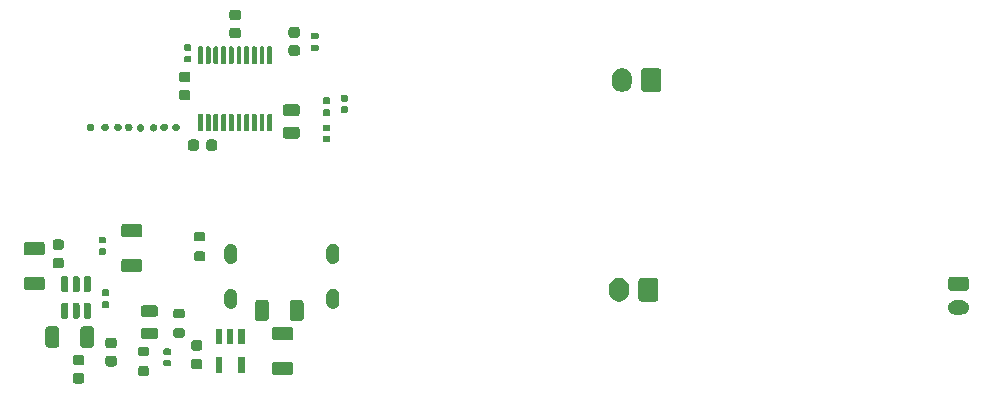
<source format=gbs>
G04 #@! TF.GenerationSoftware,KiCad,Pcbnew,8.0.7*
G04 #@! TF.CreationDate,2025-06-23T12:01:53+08:00*
G04 #@! TF.ProjectId,Pagtingin_Final,50616774-696e-4676-996e-5f46696e616c,rev?*
G04 #@! TF.SameCoordinates,Original*
G04 #@! TF.FileFunction,Soldermask,Bot*
G04 #@! TF.FilePolarity,Negative*
%FSLAX46Y46*%
G04 Gerber Fmt 4.6, Leading zero omitted, Abs format (unit mm)*
G04 Created by KiCad (PCBNEW 8.0.7) date 2025-06-23 12:01:53*
%MOMM*%
%LPD*%
G01*
G04 APERTURE LIST*
G04 APERTURE END LIST*
G36*
X0095851834Y0012824871D02*
G01*
X0095858847Y0012878137D01*
X0095865094Y0012891535D01*
X0095868952Y0012910927D01*
X0095886113Y0012936610D01*
X0095896081Y0012957987D01*
X0095909085Y0012970991D01*
X0095923145Y0012992033D01*
X0095944186Y0013006092D01*
X0095957190Y0013019096D01*
X0095978564Y0013029063D01*
X0096004251Y0013046226D01*
X0096023642Y0013050083D01*
X0096037037Y0013056329D01*
X0096090280Y0013063338D01*
X0096099921Y0013065256D01*
X0097349921Y0013065256D01*
X0097359552Y0013063340D01*
X0097412803Y0013056330D01*
X0097426198Y0013050083D01*
X0097445593Y0013046226D01*
X0097471281Y0013029061D01*
X0097492652Y0013019096D01*
X0097505654Y0013006094D01*
X0097526699Y0012992033D01*
X0097540760Y0012970988D01*
X0097553762Y0012957987D01*
X0097563727Y0012936615D01*
X0097580892Y0012910927D01*
X0097584748Y0012891533D01*
X0097590994Y0012878140D01*
X0097598003Y0012824899D01*
X0097599921Y0012815256D01*
X0097599921Y0012115256D01*
X0097598006Y0012105627D01*
X0097590995Y0012052374D01*
X0097584748Y0012038978D01*
X0097580892Y0012019585D01*
X0097563728Y0011993898D01*
X0097553762Y0011972524D01*
X0097540758Y0011959520D01*
X0097526699Y0011938479D01*
X0097505657Y0011924419D01*
X0097492652Y0011911415D01*
X0097471275Y0011901446D01*
X0097445593Y0011884286D01*
X0097426202Y0011880429D01*
X0097412805Y0011874182D01*
X0097359550Y0011867171D01*
X0097349921Y0011865256D01*
X0096099921Y0011865256D01*
X0096090307Y0011867168D01*
X0096037039Y0011874181D01*
X0096023640Y0011880429D01*
X0096004251Y0011884286D01*
X0095978569Y0011901445D01*
X0095957190Y0011911415D01*
X0095944183Y0011924421D01*
X0095923145Y0011938479D01*
X0095909087Y0011959517D01*
X0095896081Y0011972524D01*
X0095886111Y0011993903D01*
X0095868952Y0012019585D01*
X0095865095Y0012038973D01*
X0095858848Y0012052371D01*
X0095851835Y0012105629D01*
X0095849921Y0012115256D01*
X0095849921Y0012815256D01*
X0095851834Y0012824871D01*
G37*
G36*
X0095855055Y0010533496D02*
G01*
X0095855055Y0010543572D01*
X0095862833Y0010572604D01*
X0095876105Y0010639322D01*
X0095889148Y0010670812D01*
X0095895593Y0010694866D01*
X0095908046Y0010716433D01*
X0095921089Y0010747924D01*
X0095958882Y0010804486D01*
X0095973909Y0010830513D01*
X0095981033Y0010837636D01*
X0095986396Y0010845662D01*
X0096069515Y0010928781D01*
X0096077540Y0010934143D01*
X0096084665Y0010941268D01*
X0096110695Y0010956296D01*
X0096167252Y0010994087D01*
X0096198739Y0011007129D01*
X0096220312Y0011019584D01*
X0096244369Y0011026030D01*
X0096275855Y0011039072D01*
X0096342567Y0011052342D01*
X0096371606Y0011060123D01*
X0096386636Y0011061108D01*
X0096392965Y0011062367D01*
X0096444392Y0011064893D01*
X0096449921Y0011065256D01*
X0096999922Y0011065256D01*
X0097005452Y0011064893D01*
X0097056878Y0011062367D01*
X0097063206Y0011061108D01*
X0097078238Y0011060123D01*
X0097107279Y0011052341D01*
X0097173988Y0011039072D01*
X0097205470Y0011026031D01*
X0097229532Y0011019584D01*
X0097251105Y0011007128D01*
X0097282590Y0010994087D01*
X0097339141Y0010956301D01*
X0097365179Y0010941268D01*
X0097372305Y0010934141D01*
X0097380327Y0010928781D01*
X0097463447Y0010845662D01*
X0097468807Y0010837639D01*
X0097475934Y0010830513D01*
X0097490967Y0010804475D01*
X0097528753Y0010747924D01*
X0097541794Y0010716439D01*
X0097554250Y0010694866D01*
X0097560697Y0010670805D01*
X0097573737Y0010639322D01*
X0097587008Y0010572610D01*
X0097594788Y0010543572D01*
X0097594788Y0010533495D01*
X0097596672Y0010524029D01*
X0097596672Y0010406483D01*
X0097594788Y0010397017D01*
X0097594788Y0010386940D01*
X0097587008Y0010357903D01*
X0097573737Y0010291189D01*
X0097560696Y0010259703D01*
X0097554250Y0010235646D01*
X0097541795Y0010214074D01*
X0097528753Y0010182587D01*
X0097490962Y0010126029D01*
X0097475934Y0010099999D01*
X0097468809Y0010092874D01*
X0097463447Y0010084849D01*
X0097380327Y0010001730D01*
X0097372301Y0009996367D01*
X0097365179Y0009989244D01*
X0097339152Y0009974217D01*
X0097282590Y0009936424D01*
X0097251099Y0009923380D01*
X0097229532Y0009910928D01*
X0097205478Y0009904482D01*
X0097173988Y0009891439D01*
X0097107265Y0009878166D01*
X0097078238Y0009870389D01*
X0097063212Y0009869404D01*
X0097056878Y0009868144D01*
X0097005446Y0009865618D01*
X0096999922Y0009865256D01*
X0096449921Y0009865256D01*
X0096444400Y0009865617D01*
X0096392965Y0009868144D01*
X0096386628Y0009869404D01*
X0096371606Y0009870389D01*
X0096342581Y0009878166D01*
X0096275855Y0009891439D01*
X0096244363Y0009904483D01*
X0096220312Y0009910928D01*
X0096198746Y0009923378D01*
X0096167252Y0009936424D01*
X0096110683Y0009974221D01*
X0096084665Y0009989244D01*
X0096077542Y0009996365D01*
X0096069515Y0010001730D01*
X0095986396Y0010084849D01*
X0095981031Y0010092877D01*
X0095973909Y0010099999D01*
X0095958887Y0010126018D01*
X0095921089Y0010182587D01*
X0095908043Y0010214080D01*
X0095895593Y0010235646D01*
X0095889149Y0010259697D01*
X0095876105Y0010291189D01*
X0095862833Y0010357909D01*
X0095855055Y0010386940D01*
X0095855055Y0010397016D01*
X0095853172Y0010406483D01*
X0095853172Y0010524029D01*
X0095855055Y0010533496D01*
G37*
G36*
X0069876834Y0030474871D02*
G01*
X0069883847Y0030528137D01*
X0069890094Y0030541535D01*
X0069893952Y0030560927D01*
X0069911113Y0030586610D01*
X0069921081Y0030607987D01*
X0069934085Y0030620991D01*
X0069948145Y0030642033D01*
X0069969186Y0030656092D01*
X0069982190Y0030669096D01*
X0070003564Y0030679063D01*
X0070029251Y0030696226D01*
X0070048642Y0030700083D01*
X0070062037Y0030706329D01*
X0070115280Y0030713338D01*
X0070124922Y0030715256D01*
X0071324922Y0030715256D01*
X0071334552Y0030713340D01*
X0071387803Y0030706330D01*
X0071401198Y0030700083D01*
X0071420593Y0030696226D01*
X0071446281Y0030679061D01*
X0071467653Y0030669096D01*
X0071480654Y0030656094D01*
X0071501699Y0030642033D01*
X0071515760Y0030620988D01*
X0071528762Y0030607987D01*
X0071538727Y0030586615D01*
X0071555892Y0030560927D01*
X0071559749Y0030541533D01*
X0071565995Y0030528140D01*
X0071573003Y0030474899D01*
X0071574922Y0030465256D01*
X0071574922Y0028965256D01*
X0071573006Y0028955627D01*
X0071565996Y0028902374D01*
X0071559749Y0028888978D01*
X0071555892Y0028869585D01*
X0071538728Y0028843898D01*
X0071528762Y0028822524D01*
X0071515758Y0028809520D01*
X0071501699Y0028788479D01*
X0071480657Y0028774419D01*
X0071467653Y0028761415D01*
X0071446276Y0028751446D01*
X0071420593Y0028734286D01*
X0071401203Y0028730429D01*
X0071387806Y0028724182D01*
X0071334550Y0028717171D01*
X0071324922Y0028715256D01*
X0070124922Y0028715256D01*
X0070115307Y0028717168D01*
X0070062040Y0028724181D01*
X0070048640Y0028730429D01*
X0070029251Y0028734286D01*
X0070003569Y0028751445D01*
X0069982190Y0028761415D01*
X0069969183Y0028774421D01*
X0069948145Y0028788479D01*
X0069934087Y0028809517D01*
X0069921081Y0028822524D01*
X0069911111Y0028843903D01*
X0069893952Y0028869585D01*
X0069890095Y0028888973D01*
X0069883848Y0028902371D01*
X0069876836Y0028955629D01*
X0069874922Y0028965256D01*
X0069874922Y0030465256D01*
X0069876834Y0030474871D01*
G37*
G36*
X0069626834Y0012724871D02*
G01*
X0069633847Y0012778137D01*
X0069640094Y0012791535D01*
X0069643952Y0012810927D01*
X0069661113Y0012836610D01*
X0069671081Y0012857987D01*
X0069684085Y0012870991D01*
X0069698145Y0012892033D01*
X0069719186Y0012906092D01*
X0069732190Y0012919096D01*
X0069753564Y0012929063D01*
X0069779251Y0012946226D01*
X0069798642Y0012950083D01*
X0069812037Y0012956329D01*
X0069865280Y0012963338D01*
X0069874922Y0012965256D01*
X0071074922Y0012965256D01*
X0071084552Y0012963340D01*
X0071137803Y0012956330D01*
X0071151198Y0012950083D01*
X0071170593Y0012946226D01*
X0071196281Y0012929061D01*
X0071217653Y0012919096D01*
X0071230654Y0012906094D01*
X0071251699Y0012892033D01*
X0071265760Y0012870988D01*
X0071278762Y0012857987D01*
X0071288727Y0012836615D01*
X0071305892Y0012810927D01*
X0071309749Y0012791533D01*
X0071315995Y0012778140D01*
X0071323003Y0012724899D01*
X0071324922Y0012715256D01*
X0071324922Y0011215256D01*
X0071323006Y0011205627D01*
X0071315996Y0011152374D01*
X0071309749Y0011138978D01*
X0071305892Y0011119585D01*
X0071288728Y0011093898D01*
X0071278762Y0011072524D01*
X0071265758Y0011059520D01*
X0071251699Y0011038479D01*
X0071230657Y0011024419D01*
X0071217653Y0011011415D01*
X0071196276Y0011001446D01*
X0071170593Y0010984286D01*
X0071151203Y0010980429D01*
X0071137806Y0010974182D01*
X0071084550Y0010967171D01*
X0071074922Y0010965256D01*
X0069874922Y0010965256D01*
X0069865307Y0010967168D01*
X0069812040Y0010974181D01*
X0069798640Y0010980429D01*
X0069779251Y0010984286D01*
X0069753569Y0011001445D01*
X0069732190Y0011011415D01*
X0069719183Y0011024421D01*
X0069698145Y0011038479D01*
X0069684087Y0011059517D01*
X0069671081Y0011072524D01*
X0069661111Y0011093903D01*
X0069643952Y0011119585D01*
X0069640095Y0011138973D01*
X0069633848Y0011152371D01*
X0069626836Y0011205629D01*
X0069624922Y0011215256D01*
X0069624922Y0012715256D01*
X0069626834Y0012724871D01*
G37*
G36*
X0067379015Y0029948571D02*
G01*
X0067411523Y0030111998D01*
X0067475289Y0030265943D01*
X0067567863Y0030404490D01*
X0067685688Y0030522315D01*
X0067824235Y0030614889D01*
X0067978180Y0030678655D01*
X0068141607Y0030711163D01*
X0068308237Y0030711163D01*
X0068471664Y0030678655D01*
X0068625609Y0030614889D01*
X0068764156Y0030522315D01*
X0068881981Y0030404490D01*
X0068974555Y0030265943D01*
X0069038321Y0030111998D01*
X0069070829Y0029948571D01*
X0069074922Y0029865256D01*
X0069074922Y0029863408D01*
X0069074922Y0029567104D01*
X0069074922Y0029565256D01*
X0069070829Y0029481941D01*
X0069038321Y0029318514D01*
X0068974555Y0029164569D01*
X0068881981Y0029026022D01*
X0068764156Y0028908197D01*
X0068625609Y0028815623D01*
X0068471664Y0028751857D01*
X0068308237Y0028719349D01*
X0068141607Y0028719349D01*
X0067978180Y0028751857D01*
X0067824235Y0028815623D01*
X0067685688Y0028908197D01*
X0067567863Y0029026022D01*
X0067475289Y0029164569D01*
X0067411523Y0029318514D01*
X0067379015Y0029481941D01*
X0067374922Y0029565256D01*
X0067374922Y0029865256D01*
X0067379015Y0029948571D01*
G37*
G36*
X0067129015Y0012198571D02*
G01*
X0067161523Y0012361998D01*
X0067225289Y0012515943D01*
X0067317863Y0012654490D01*
X0067435688Y0012772315D01*
X0067574235Y0012864889D01*
X0067728180Y0012928655D01*
X0067891607Y0012961163D01*
X0068058237Y0012961163D01*
X0068221664Y0012928655D01*
X0068375609Y0012864889D01*
X0068514156Y0012772315D01*
X0068631981Y0012654490D01*
X0068724555Y0012515943D01*
X0068788321Y0012361998D01*
X0068820829Y0012198571D01*
X0068824922Y0012115256D01*
X0068824922Y0012113408D01*
X0068824922Y0011817104D01*
X0068824922Y0011815256D01*
X0068820829Y0011731941D01*
X0068788321Y0011568514D01*
X0068724555Y0011414569D01*
X0068631981Y0011276022D01*
X0068514156Y0011158197D01*
X0068375609Y0011065623D01*
X0068221664Y0011001857D01*
X0068058237Y0010969349D01*
X0067891607Y0010969349D01*
X0067728180Y0011001857D01*
X0067574235Y0011065623D01*
X0067435688Y0011158197D01*
X0067317863Y0011276022D01*
X0067225289Y0011414569D01*
X0067161523Y0011568514D01*
X0067129015Y0011731941D01*
X0067124922Y0011815256D01*
X0067124922Y0012115256D01*
X0067129015Y0012198571D01*
G37*
G36*
X0044425579Y0027408832D02*
G01*
X0044455927Y0027454251D01*
X0044501346Y0027484599D01*
X0044554922Y0027495256D01*
X0044894921Y0027495256D01*
X0044948498Y0027484599D01*
X0044993916Y0027454251D01*
X0045024265Y0027408832D01*
X0045034921Y0027355256D01*
X0045034921Y0027075256D01*
X0045024265Y0027021680D01*
X0044993916Y0026976261D01*
X0044948498Y0026945913D01*
X0044894921Y0026935256D01*
X0044554922Y0026935256D01*
X0044501346Y0026945913D01*
X0044455927Y0026976261D01*
X0044425579Y0027021680D01*
X0044414922Y0027075256D01*
X0044414922Y0027355256D01*
X0044425579Y0027408832D01*
G37*
G36*
X0044425579Y0028368832D02*
G01*
X0044455927Y0028414251D01*
X0044501346Y0028444599D01*
X0044554922Y0028455256D01*
X0044894921Y0028455256D01*
X0044948498Y0028444599D01*
X0044993916Y0028414251D01*
X0045024265Y0028368832D01*
X0045034921Y0028315256D01*
X0045034921Y0028035256D01*
X0045024265Y0027981680D01*
X0044993916Y0027936261D01*
X0044948498Y0027905913D01*
X0044894921Y0027895256D01*
X0044554922Y0027895256D01*
X0044501346Y0027905913D01*
X0044455927Y0027936261D01*
X0044425579Y0027981680D01*
X0044414922Y0028035256D01*
X0044414922Y0028315256D01*
X0044425579Y0028368832D01*
G37*
G36*
X0043200362Y0011505531D02*
G01*
X0043202648Y0011552057D01*
X0043203787Y0011557784D01*
X0043204705Y0011571788D01*
X0043211952Y0011598838D01*
X0043224029Y0011659550D01*
X0043235899Y0011688205D01*
X0043241866Y0011710475D01*
X0043253395Y0011730443D01*
X0043265264Y0011759097D01*
X0043299653Y0011810565D01*
X0043313655Y0011834818D01*
X0043320293Y0011841455D01*
X0043325124Y0011848685D01*
X0043401313Y0011924874D01*
X0043408542Y0011929704D01*
X0043415181Y0011936343D01*
X0043439437Y0011950347D01*
X0043490900Y0011984734D01*
X0043519551Y0011996601D01*
X0043539524Y0012008133D01*
X0043561797Y0012014101D01*
X0043590447Y0012025969D01*
X0043651151Y0012038043D01*
X0043678211Y0012045294D01*
X0043687602Y0012045294D01*
X0043696124Y0012046989D01*
X0043803873Y0012046989D01*
X0043812394Y0012045294D01*
X0043821788Y0012045294D01*
X0043848850Y0012038042D01*
X0043909550Y0012025969D01*
X0043938199Y0012014101D01*
X0043960476Y0012008133D01*
X0043980450Y0011996600D01*
X0044009097Y0011984734D01*
X0044060554Y0011950351D01*
X0044084818Y0011936343D01*
X0044091459Y0011929702D01*
X0044098686Y0011924874D01*
X0044174875Y0011848685D01*
X0044179703Y0011841458D01*
X0044186344Y0011834818D01*
X0044200351Y0011810554D01*
X0044234735Y0011759097D01*
X0044246601Y0011730449D01*
X0044258134Y0011710475D01*
X0044264101Y0011688199D01*
X0044275970Y0011659550D01*
X0044288043Y0011598852D01*
X0044295294Y0011571788D01*
X0044296212Y0011557776D01*
X0044297351Y0011552057D01*
X0044299636Y0011505539D01*
X0044300000Y0011499999D01*
X0044300000Y0011498150D01*
X0044300000Y0010901848D01*
X0044300000Y0010899999D01*
X0044299636Y0010894458D01*
X0044297351Y0010847940D01*
X0044296212Y0010842219D01*
X0044295294Y0010828210D01*
X0044288043Y0010801148D01*
X0044275970Y0010740447D01*
X0044264101Y0010711796D01*
X0044258134Y0010689523D01*
X0044246601Y0010669550D01*
X0044234735Y0010640900D01*
X0044200348Y0010589436D01*
X0044186344Y0010565180D01*
X0044179705Y0010558541D01*
X0044174875Y0010551312D01*
X0044098686Y0010475123D01*
X0044091455Y0010470292D01*
X0044084818Y0010463655D01*
X0044060565Y0010449652D01*
X0044009097Y0010415263D01*
X0043980444Y0010403394D01*
X0043960476Y0010391865D01*
X0043938205Y0010385898D01*
X0043909550Y0010374028D01*
X0043848845Y0010361953D01*
X0043821788Y0010354704D01*
X0043812394Y0010354704D01*
X0043803873Y0010353009D01*
X0043696124Y0010353009D01*
X0043687602Y0010354704D01*
X0043678211Y0010354704D01*
X0043651157Y0010361953D01*
X0043590447Y0010374028D01*
X0043561790Y0010385898D01*
X0043539524Y0010391865D01*
X0043519557Y0010403392D01*
X0043490900Y0010415263D01*
X0043439426Y0010449657D01*
X0043415181Y0010463655D01*
X0043408545Y0010470290D01*
X0043401313Y0010475123D01*
X0043325124Y0010551312D01*
X0043320291Y0010558544D01*
X0043313655Y0010565180D01*
X0043299657Y0010589425D01*
X0043265264Y0010640900D01*
X0043253393Y0010669556D01*
X0043241866Y0010689523D01*
X0043235899Y0010711789D01*
X0043224029Y0010740447D01*
X0043211952Y0010801162D01*
X0043204705Y0010828210D01*
X0043203787Y0010842212D01*
X0043202648Y0010847940D01*
X0043200362Y0010894467D01*
X0043200000Y0010899999D01*
X0043200000Y0011499999D01*
X0043200362Y0011505531D01*
G37*
G36*
X0043200362Y0015305531D02*
G01*
X0043202648Y0015352057D01*
X0043203787Y0015357784D01*
X0043204705Y0015371788D01*
X0043211952Y0015398838D01*
X0043224029Y0015459550D01*
X0043235899Y0015488205D01*
X0043241866Y0015510475D01*
X0043253395Y0015530443D01*
X0043265264Y0015559097D01*
X0043299653Y0015610565D01*
X0043313655Y0015634818D01*
X0043320293Y0015641455D01*
X0043325124Y0015648685D01*
X0043401313Y0015724874D01*
X0043408542Y0015729704D01*
X0043415181Y0015736343D01*
X0043439437Y0015750347D01*
X0043490900Y0015784734D01*
X0043519551Y0015796601D01*
X0043539524Y0015808133D01*
X0043561797Y0015814101D01*
X0043590447Y0015825969D01*
X0043651151Y0015838043D01*
X0043678211Y0015845294D01*
X0043687602Y0015845294D01*
X0043696124Y0015846989D01*
X0043803873Y0015846989D01*
X0043812394Y0015845294D01*
X0043821788Y0015845294D01*
X0043848850Y0015838042D01*
X0043909550Y0015825969D01*
X0043938199Y0015814101D01*
X0043960476Y0015808133D01*
X0043980450Y0015796600D01*
X0044009097Y0015784734D01*
X0044060554Y0015750351D01*
X0044084818Y0015736343D01*
X0044091459Y0015729702D01*
X0044098686Y0015724874D01*
X0044174875Y0015648685D01*
X0044179703Y0015641458D01*
X0044186344Y0015634818D01*
X0044200351Y0015610554D01*
X0044234735Y0015559097D01*
X0044246601Y0015530449D01*
X0044258134Y0015510475D01*
X0044264101Y0015488199D01*
X0044275970Y0015459550D01*
X0044288043Y0015398852D01*
X0044295294Y0015371788D01*
X0044296212Y0015357776D01*
X0044297351Y0015352057D01*
X0044299636Y0015305539D01*
X0044300000Y0015299999D01*
X0044300000Y0015298150D01*
X0044300000Y0014701848D01*
X0044300000Y0014699999D01*
X0044299636Y0014694458D01*
X0044297351Y0014647940D01*
X0044296212Y0014642219D01*
X0044295294Y0014628210D01*
X0044288043Y0014601148D01*
X0044275970Y0014540447D01*
X0044264101Y0014511796D01*
X0044258134Y0014489523D01*
X0044246601Y0014469550D01*
X0044234735Y0014440900D01*
X0044200348Y0014389436D01*
X0044186344Y0014365180D01*
X0044179705Y0014358541D01*
X0044174875Y0014351312D01*
X0044098686Y0014275123D01*
X0044091455Y0014270292D01*
X0044084818Y0014263655D01*
X0044060565Y0014249652D01*
X0044009097Y0014215263D01*
X0043980444Y0014203394D01*
X0043960476Y0014191865D01*
X0043938205Y0014185898D01*
X0043909550Y0014174028D01*
X0043848845Y0014161953D01*
X0043821788Y0014154704D01*
X0043812394Y0014154704D01*
X0043803873Y0014153009D01*
X0043696124Y0014153009D01*
X0043687602Y0014154704D01*
X0043678211Y0014154704D01*
X0043651157Y0014161953D01*
X0043590447Y0014174028D01*
X0043561790Y0014185898D01*
X0043539524Y0014191865D01*
X0043519557Y0014203392D01*
X0043490900Y0014215263D01*
X0043439426Y0014249657D01*
X0043415181Y0014263655D01*
X0043408545Y0014270290D01*
X0043401313Y0014275123D01*
X0043325124Y0014351312D01*
X0043320291Y0014358544D01*
X0043313655Y0014365180D01*
X0043299657Y0014389425D01*
X0043265264Y0014440900D01*
X0043253393Y0014469556D01*
X0043241866Y0014489523D01*
X0043235899Y0014511789D01*
X0043224029Y0014540447D01*
X0043211952Y0014601162D01*
X0043204705Y0014628210D01*
X0043203787Y0014642212D01*
X0043202648Y0014647940D01*
X0043200362Y0014694467D01*
X0043200000Y0014699999D01*
X0043200000Y0015299999D01*
X0043200362Y0015305531D01*
G37*
G36*
X0042915198Y0027151918D02*
G01*
X0042944463Y0027195715D01*
X0042988260Y0027224980D01*
X0043039922Y0027235256D01*
X0043409921Y0027235256D01*
X0043461584Y0027224980D01*
X0043505381Y0027195715D01*
X0043534645Y0027151918D01*
X0043544922Y0027100256D01*
X0043544922Y0026830256D01*
X0043534645Y0026778594D01*
X0043505381Y0026734797D01*
X0043461584Y0026705532D01*
X0043409921Y0026695256D01*
X0043039922Y0026695256D01*
X0042988260Y0026705532D01*
X0042944463Y0026734797D01*
X0042915198Y0026778594D01*
X0042904922Y0026830256D01*
X0042904922Y0027100256D01*
X0042915198Y0027151918D01*
G37*
G36*
X0042915198Y0028171918D02*
G01*
X0042944463Y0028215715D01*
X0042988260Y0028244980D01*
X0043039922Y0028255256D01*
X0043409921Y0028255256D01*
X0043461584Y0028244980D01*
X0043505381Y0028215715D01*
X0043534645Y0028171918D01*
X0043544922Y0028120256D01*
X0043544922Y0027850256D01*
X0043534645Y0027798594D01*
X0043505381Y0027754797D01*
X0043461584Y0027725532D01*
X0043409921Y0027715256D01*
X0043039922Y0027715256D01*
X0042988260Y0027725532D01*
X0042944463Y0027754797D01*
X0042915198Y0027798594D01*
X0042904922Y0027850256D01*
X0042904922Y0028120256D01*
X0042915198Y0028171918D01*
G37*
G36*
X0042925579Y0024908832D02*
G01*
X0042955927Y0024954251D01*
X0043001346Y0024984599D01*
X0043054922Y0024995256D01*
X0043394921Y0024995256D01*
X0043448498Y0024984599D01*
X0043493916Y0024954251D01*
X0043524265Y0024908832D01*
X0043534921Y0024855256D01*
X0043534921Y0024575256D01*
X0043524265Y0024521680D01*
X0043493916Y0024476261D01*
X0043448498Y0024445913D01*
X0043394921Y0024435256D01*
X0043054922Y0024435256D01*
X0043001346Y0024445913D01*
X0042955927Y0024476261D01*
X0042925579Y0024521680D01*
X0042914922Y0024575256D01*
X0042914922Y0024855256D01*
X0042925579Y0024908832D01*
G37*
G36*
X0042925579Y0025868832D02*
G01*
X0042955927Y0025914251D01*
X0043001346Y0025944599D01*
X0043054922Y0025955256D01*
X0043394921Y0025955256D01*
X0043448498Y0025944599D01*
X0043493916Y0025914251D01*
X0043524265Y0025868832D01*
X0043534921Y0025815256D01*
X0043534921Y0025535256D01*
X0043524265Y0025481680D01*
X0043493916Y0025436261D01*
X0043448498Y0025405913D01*
X0043394921Y0025395256D01*
X0043054922Y0025395256D01*
X0043001346Y0025405913D01*
X0042955927Y0025436261D01*
X0042925579Y0025481680D01*
X0042914922Y0025535256D01*
X0042914922Y0025815256D01*
X0042925579Y0025868832D01*
G37*
G36*
X0041915198Y0032631918D02*
G01*
X0041944463Y0032675715D01*
X0041988260Y0032704980D01*
X0042039922Y0032715256D01*
X0042409921Y0032715256D01*
X0042461584Y0032704980D01*
X0042505381Y0032675715D01*
X0042534645Y0032631918D01*
X0042544922Y0032580256D01*
X0042544922Y0032310256D01*
X0042534645Y0032258594D01*
X0042505381Y0032214797D01*
X0042461584Y0032185532D01*
X0042409921Y0032175256D01*
X0042039922Y0032175256D01*
X0041988260Y0032185532D01*
X0041944463Y0032214797D01*
X0041915198Y0032258594D01*
X0041904922Y0032310256D01*
X0041904922Y0032580256D01*
X0041915198Y0032631918D01*
G37*
G36*
X0041915198Y0033651918D02*
G01*
X0041944463Y0033695715D01*
X0041988260Y0033724980D01*
X0042039922Y0033735256D01*
X0042409921Y0033735256D01*
X0042461584Y0033724980D01*
X0042505381Y0033695715D01*
X0042534645Y0033651918D01*
X0042544922Y0033600256D01*
X0042544922Y0033330256D01*
X0042534645Y0033278594D01*
X0042505381Y0033234797D01*
X0042461584Y0033205532D01*
X0042409921Y0033195256D01*
X0042039922Y0033195256D01*
X0041988260Y0033205532D01*
X0041944463Y0033234797D01*
X0041915198Y0033278594D01*
X0041904922Y0033330256D01*
X0041904922Y0033600256D01*
X0041915198Y0033651918D01*
G37*
G36*
X0040126834Y0010874871D02*
G01*
X0040133847Y0010928137D01*
X0040140094Y0010941535D01*
X0040143952Y0010960927D01*
X0040161113Y0010986610D01*
X0040171081Y0011007987D01*
X0040184084Y0011020991D01*
X0040198145Y0011042033D01*
X0040219185Y0011056092D01*
X0040232190Y0011069096D01*
X0040253564Y0011079063D01*
X0040279251Y0011096226D01*
X0040298642Y0011100083D01*
X0040312037Y0011106329D01*
X0040365280Y0011113338D01*
X0040374922Y0011115256D01*
X0041024922Y0011115256D01*
X0041034552Y0011113340D01*
X0041087802Y0011106330D01*
X0041101198Y0011100083D01*
X0041120593Y0011096226D01*
X0041146281Y0011079061D01*
X0041167653Y0011069096D01*
X0041180654Y0011056094D01*
X0041201699Y0011042033D01*
X0041215760Y0011020988D01*
X0041228762Y0011007987D01*
X0041238727Y0010986615D01*
X0041255892Y0010960927D01*
X0041259749Y0010941533D01*
X0041265995Y0010928140D01*
X0041273003Y0010874899D01*
X0041274922Y0010865256D01*
X0041274922Y0009565256D01*
X0041273005Y0009555627D01*
X0041265996Y0009502374D01*
X0041259749Y0009488978D01*
X0041255892Y0009469585D01*
X0041238727Y0009443898D01*
X0041228762Y0009422524D01*
X0041215757Y0009409520D01*
X0041201699Y0009388479D01*
X0041180657Y0009374419D01*
X0041167653Y0009361415D01*
X0041146276Y0009351446D01*
X0041120593Y0009334286D01*
X0041101203Y0009330429D01*
X0041087806Y0009324182D01*
X0041034549Y0009317171D01*
X0041024922Y0009315256D01*
X0040374922Y0009315256D01*
X0040365307Y0009317168D01*
X0040312039Y0009324181D01*
X0040298640Y0009330429D01*
X0040279251Y0009334286D01*
X0040253569Y0009351445D01*
X0040232190Y0009361415D01*
X0040219183Y0009374421D01*
X0040198145Y0009388479D01*
X0040184087Y0009409517D01*
X0040171081Y0009422524D01*
X0040161111Y0009443903D01*
X0040143952Y0009469585D01*
X0040140095Y0009488973D01*
X0040133848Y0009502371D01*
X0040126836Y0009555629D01*
X0040124922Y0009565256D01*
X0040124922Y0010865256D01*
X0040126834Y0010874871D01*
G37*
G36*
X0039501834Y0025524871D02*
G01*
X0039508847Y0025578137D01*
X0039515094Y0025591535D01*
X0039518952Y0025610927D01*
X0039536113Y0025636610D01*
X0039546081Y0025657987D01*
X0039559084Y0025670991D01*
X0039573145Y0025692033D01*
X0039594185Y0025706092D01*
X0039607190Y0025719096D01*
X0039628564Y0025729063D01*
X0039654251Y0025746226D01*
X0039673642Y0025750083D01*
X0039687037Y0025756329D01*
X0039740280Y0025763338D01*
X0039749922Y0025765256D01*
X0040699922Y0025765256D01*
X0040709552Y0025763340D01*
X0040762803Y0025756330D01*
X0040776197Y0025750083D01*
X0040795593Y0025746226D01*
X0040821281Y0025729061D01*
X0040842653Y0025719096D01*
X0040855654Y0025706094D01*
X0040876699Y0025692033D01*
X0040890760Y0025670988D01*
X0040903762Y0025657987D01*
X0040913726Y0025636615D01*
X0040930892Y0025610927D01*
X0040934749Y0025591533D01*
X0040940995Y0025578140D01*
X0040948003Y0025524899D01*
X0040949922Y0025515256D01*
X0040949922Y0025015256D01*
X0040948006Y0025005627D01*
X0040940996Y0024952374D01*
X0040934749Y0024938978D01*
X0040930892Y0024919585D01*
X0040913728Y0024893898D01*
X0040903762Y0024872524D01*
X0040890758Y0024859520D01*
X0040876699Y0024838479D01*
X0040855656Y0024824419D01*
X0040842653Y0024811415D01*
X0040821276Y0024801446D01*
X0040795593Y0024784286D01*
X0040776202Y0024780429D01*
X0040762806Y0024774182D01*
X0040709549Y0024767171D01*
X0040699922Y0024765256D01*
X0039749922Y0024765256D01*
X0039740307Y0024767168D01*
X0039687039Y0024774181D01*
X0039673640Y0024780429D01*
X0039654251Y0024784286D01*
X0039628569Y0024801445D01*
X0039607190Y0024811415D01*
X0039594183Y0024824421D01*
X0039573145Y0024838479D01*
X0039559087Y0024859517D01*
X0039546081Y0024872524D01*
X0039536111Y0024893903D01*
X0039518952Y0024919585D01*
X0039515095Y0024938973D01*
X0039508848Y0024952371D01*
X0039501836Y0025005629D01*
X0039499922Y0025015256D01*
X0039499922Y0025515256D01*
X0039501834Y0025524871D01*
G37*
G36*
X0039501834Y0027424871D02*
G01*
X0039508847Y0027478137D01*
X0039515094Y0027491535D01*
X0039518952Y0027510927D01*
X0039536113Y0027536610D01*
X0039546081Y0027557987D01*
X0039559084Y0027570991D01*
X0039573145Y0027592033D01*
X0039594185Y0027606092D01*
X0039607190Y0027619096D01*
X0039628564Y0027629063D01*
X0039654251Y0027646226D01*
X0039673642Y0027650083D01*
X0039687037Y0027656329D01*
X0039740280Y0027663338D01*
X0039749922Y0027665256D01*
X0040699922Y0027665256D01*
X0040709552Y0027663340D01*
X0040762803Y0027656330D01*
X0040776197Y0027650083D01*
X0040795593Y0027646226D01*
X0040821281Y0027629061D01*
X0040842653Y0027619096D01*
X0040855654Y0027606094D01*
X0040876699Y0027592033D01*
X0040890760Y0027570988D01*
X0040903762Y0027557987D01*
X0040913726Y0027536615D01*
X0040930892Y0027510927D01*
X0040934749Y0027491533D01*
X0040940995Y0027478140D01*
X0040948003Y0027424899D01*
X0040949922Y0027415256D01*
X0040949922Y0026915256D01*
X0040948006Y0026905627D01*
X0040940996Y0026852374D01*
X0040934749Y0026838978D01*
X0040930892Y0026819585D01*
X0040913728Y0026793898D01*
X0040903762Y0026772524D01*
X0040890758Y0026759520D01*
X0040876699Y0026738479D01*
X0040855656Y0026724419D01*
X0040842653Y0026711415D01*
X0040821276Y0026701446D01*
X0040795593Y0026684286D01*
X0040776202Y0026680429D01*
X0040762806Y0026674182D01*
X0040709549Y0026667171D01*
X0040699922Y0026665256D01*
X0039749922Y0026665256D01*
X0039740307Y0026667168D01*
X0039687039Y0026674181D01*
X0039673640Y0026680429D01*
X0039654251Y0026684286D01*
X0039628569Y0026701445D01*
X0039607190Y0026711415D01*
X0039594183Y0026724421D01*
X0039573145Y0026738479D01*
X0039559087Y0026759517D01*
X0039546081Y0026772524D01*
X0039536111Y0026793903D01*
X0039518952Y0026819585D01*
X0039515095Y0026838973D01*
X0039508848Y0026852371D01*
X0039501836Y0026905629D01*
X0039499922Y0026915256D01*
X0039499922Y0027415256D01*
X0039501834Y0027424871D01*
G37*
G36*
X0040001127Y0032446323D02*
G01*
X0040006083Y0032489024D01*
X0040012524Y0032503611D01*
X0040017049Y0032526360D01*
X0040033321Y0032550713D01*
X0040040370Y0032566679D01*
X0040051275Y0032577583D01*
X0040065822Y0032599355D01*
X0040087593Y0032613902D01*
X0040098498Y0032624806D01*
X0040114462Y0032631854D01*
X0040138818Y0032648129D01*
X0040161568Y0032652654D01*
X0040176153Y0032659094D01*
X0040218846Y0032664047D01*
X0040224922Y0032665256D01*
X0040724922Y0032665256D01*
X0040731001Y0032664046D01*
X0040773690Y0032659094D01*
X0040788273Y0032652654D01*
X0040811026Y0032648129D01*
X0040835382Y0032631853D01*
X0040851344Y0032624806D01*
X0040862246Y0032613904D01*
X0040884021Y0032599355D01*
X0040898570Y0032577580D01*
X0040909471Y0032566679D01*
X0040916518Y0032550717D01*
X0040932795Y0032526360D01*
X0040937320Y0032503607D01*
X0040943760Y0032489024D01*
X0040948713Y0032446333D01*
X0040949922Y0032440256D01*
X0040949922Y0031990256D01*
X0040948712Y0031984177D01*
X0040943760Y0031941487D01*
X0040937320Y0031926902D01*
X0040932795Y0031904152D01*
X0040916520Y0031879796D01*
X0040909471Y0031863832D01*
X0040898568Y0031852928D01*
X0040884021Y0031831157D01*
X0040862249Y0031816609D01*
X0040851344Y0031805705D01*
X0040835379Y0031798655D01*
X0040811026Y0031782383D01*
X0040788276Y0031777858D01*
X0040773690Y0031771417D01*
X0040730987Y0031766462D01*
X0040724922Y0031765256D01*
X0040224922Y0031765256D01*
X0040218855Y0031766462D01*
X0040176153Y0031771417D01*
X0040161564Y0031777858D01*
X0040138818Y0031782383D01*
X0040114465Y0031798654D01*
X0040098498Y0031805705D01*
X0040087591Y0031816611D01*
X0040065822Y0031831157D01*
X0040051277Y0031852925D01*
X0040040370Y0031863832D01*
X0040033320Y0031879800D01*
X0040017049Y0031904152D01*
X0040012524Y0031926898D01*
X0040006083Y0031941487D01*
X0040001127Y0031984192D01*
X0039999922Y0031990256D01*
X0039999922Y0032440256D01*
X0040001127Y0032446323D01*
G37*
G36*
X0040001127Y0033996323D02*
G01*
X0040006083Y0034039024D01*
X0040012524Y0034053611D01*
X0040017049Y0034076360D01*
X0040033321Y0034100714D01*
X0040040370Y0034116679D01*
X0040051275Y0034127583D01*
X0040065822Y0034149355D01*
X0040087593Y0034163902D01*
X0040098498Y0034174806D01*
X0040114462Y0034181854D01*
X0040138818Y0034198129D01*
X0040161568Y0034202654D01*
X0040176153Y0034209094D01*
X0040218846Y0034214047D01*
X0040224922Y0034215256D01*
X0040724922Y0034215256D01*
X0040731001Y0034214046D01*
X0040773690Y0034209094D01*
X0040788273Y0034202654D01*
X0040811026Y0034198129D01*
X0040835382Y0034181853D01*
X0040851344Y0034174806D01*
X0040862246Y0034163904D01*
X0040884021Y0034149355D01*
X0040898570Y0034127580D01*
X0040909471Y0034116679D01*
X0040916518Y0034100717D01*
X0040932795Y0034076360D01*
X0040937320Y0034053607D01*
X0040943760Y0034039024D01*
X0040948713Y0033996333D01*
X0040949922Y0033990256D01*
X0040949922Y0033540256D01*
X0040948712Y0033534177D01*
X0040943760Y0033491487D01*
X0040937320Y0033476902D01*
X0040932795Y0033454152D01*
X0040916520Y0033429796D01*
X0040909471Y0033413832D01*
X0040898568Y0033402928D01*
X0040884021Y0033381157D01*
X0040862249Y0033366609D01*
X0040851344Y0033355705D01*
X0040835379Y0033348655D01*
X0040811026Y0033332383D01*
X0040788276Y0033327858D01*
X0040773690Y0033321417D01*
X0040730987Y0033316462D01*
X0040724922Y0033315256D01*
X0040224922Y0033315256D01*
X0040218855Y0033316462D01*
X0040176153Y0033321417D01*
X0040161564Y0033327858D01*
X0040138818Y0033332383D01*
X0040114465Y0033348654D01*
X0040098498Y0033355705D01*
X0040087591Y0033366611D01*
X0040065822Y0033381157D01*
X0040051277Y0033402925D01*
X0040040370Y0033413832D01*
X0040033320Y0033429800D01*
X0040017049Y0033454152D01*
X0040012524Y0033476898D01*
X0040006083Y0033491487D01*
X0040001127Y0033534192D01*
X0039999922Y0033540256D01*
X0039999922Y0033990256D01*
X0040001127Y0033996323D01*
G37*
G36*
X0038601912Y0005634614D02*
G01*
X0038608925Y0005687880D01*
X0038615172Y0005701278D01*
X0038619029Y0005720670D01*
X0038636191Y0005746353D01*
X0038646159Y0005767730D01*
X0038659163Y0005780734D01*
X0038673222Y0005801776D01*
X0038694264Y0005815835D01*
X0038707268Y0005828839D01*
X0038728641Y0005838806D01*
X0038754329Y0005855969D01*
X0038773720Y0005859826D01*
X0038787115Y0005866072D01*
X0038840357Y0005873081D01*
X0038849999Y0005874999D01*
X0040150000Y0005874999D01*
X0040159630Y0005873083D01*
X0040212880Y0005866073D01*
X0040226276Y0005859826D01*
X0040245671Y0005855969D01*
X0040271359Y0005838804D01*
X0040292731Y0005828839D01*
X0040305732Y0005815837D01*
X0040326777Y0005801776D01*
X0040340838Y0005780731D01*
X0040353840Y0005767730D01*
X0040363805Y0005746358D01*
X0040380970Y0005720670D01*
X0040384827Y0005701276D01*
X0040391073Y0005687883D01*
X0040398081Y0005634642D01*
X0040400000Y0005624999D01*
X0040400000Y0004974999D01*
X0040398084Y0004965370D01*
X0040391074Y0004912117D01*
X0040384827Y0004898721D01*
X0040380970Y0004879328D01*
X0040363806Y0004853641D01*
X0040353840Y0004832267D01*
X0040340835Y0004819263D01*
X0040326777Y0004798222D01*
X0040305735Y0004784162D01*
X0040292731Y0004771158D01*
X0040271354Y0004761189D01*
X0040245671Y0004744029D01*
X0040226281Y0004740172D01*
X0040212884Y0004733925D01*
X0040159628Y0004726914D01*
X0040150000Y0004724999D01*
X0038849999Y0004724999D01*
X0038840385Y0004726911D01*
X0038787118Y0004733924D01*
X0038773718Y0004740172D01*
X0038754329Y0004744029D01*
X0038728646Y0004761188D01*
X0038707268Y0004771158D01*
X0038694261Y0004784164D01*
X0038673222Y0004798222D01*
X0038659165Y0004819260D01*
X0038646159Y0004832267D01*
X0038636189Y0004853646D01*
X0038619029Y0004879328D01*
X0038615173Y0004898716D01*
X0038608926Y0004912114D01*
X0038601913Y0004965372D01*
X0038599999Y0004974999D01*
X0038599999Y0005624999D01*
X0038601912Y0005634614D01*
G37*
G36*
X0038601912Y0008584614D02*
G01*
X0038608925Y0008637880D01*
X0038615172Y0008651278D01*
X0038619029Y0008670670D01*
X0038636191Y0008696353D01*
X0038646159Y0008717730D01*
X0038659163Y0008730734D01*
X0038673222Y0008751776D01*
X0038694264Y0008765835D01*
X0038707268Y0008778839D01*
X0038728641Y0008788806D01*
X0038754329Y0008805969D01*
X0038773720Y0008809826D01*
X0038787115Y0008816072D01*
X0038840357Y0008823081D01*
X0038849999Y0008824999D01*
X0040150000Y0008824999D01*
X0040159630Y0008823083D01*
X0040212880Y0008816073D01*
X0040226276Y0008809826D01*
X0040245671Y0008805969D01*
X0040271359Y0008788804D01*
X0040292731Y0008778839D01*
X0040305732Y0008765837D01*
X0040326777Y0008751776D01*
X0040340838Y0008730731D01*
X0040353840Y0008717730D01*
X0040363805Y0008696358D01*
X0040380970Y0008670670D01*
X0040384827Y0008651276D01*
X0040391073Y0008637883D01*
X0040398081Y0008584642D01*
X0040400000Y0008574999D01*
X0040400000Y0007924999D01*
X0040398084Y0007915370D01*
X0040391074Y0007862117D01*
X0040384827Y0007848721D01*
X0040380970Y0007829328D01*
X0040363806Y0007803641D01*
X0040353840Y0007782267D01*
X0040340835Y0007769263D01*
X0040326777Y0007748222D01*
X0040305735Y0007734162D01*
X0040292731Y0007721158D01*
X0040271354Y0007711189D01*
X0040245671Y0007694029D01*
X0040226281Y0007690172D01*
X0040212884Y0007683925D01*
X0040159628Y0007676914D01*
X0040150000Y0007674999D01*
X0038849999Y0007674999D01*
X0038840385Y0007676911D01*
X0038787118Y0007683924D01*
X0038773718Y0007690172D01*
X0038754329Y0007694029D01*
X0038728646Y0007711188D01*
X0038707268Y0007721158D01*
X0038694261Y0007734164D01*
X0038673222Y0007748222D01*
X0038659165Y0007769260D01*
X0038646159Y0007782267D01*
X0038636189Y0007803646D01*
X0038619029Y0007829328D01*
X0038615173Y0007848716D01*
X0038608926Y0007862114D01*
X0038601913Y0007915372D01*
X0038599999Y0007924999D01*
X0038599999Y0008574999D01*
X0038601912Y0008584614D01*
G37*
G36*
X0038207533Y0026778524D02*
G01*
X0038229211Y0026810967D01*
X0038261653Y0026832644D01*
X0038299921Y0026840256D01*
X0038499922Y0026840256D01*
X0038538190Y0026832644D01*
X0038570633Y0026810967D01*
X0038592310Y0026778524D01*
X0038599922Y0026740256D01*
X0038599922Y0025465256D01*
X0038592310Y0025426988D01*
X0038570633Y0025394545D01*
X0038538190Y0025372868D01*
X0038499922Y0025365256D01*
X0038299921Y0025365256D01*
X0038261653Y0025372868D01*
X0038229211Y0025394545D01*
X0038207533Y0025426988D01*
X0038199922Y0025465256D01*
X0038199922Y0026740256D01*
X0038207533Y0026778524D01*
G37*
G36*
X0038207533Y0032503524D02*
G01*
X0038229211Y0032535967D01*
X0038261653Y0032557644D01*
X0038299921Y0032565256D01*
X0038499922Y0032565256D01*
X0038538190Y0032557644D01*
X0038570633Y0032535967D01*
X0038592310Y0032503524D01*
X0038599922Y0032465256D01*
X0038599922Y0031190256D01*
X0038592310Y0031151988D01*
X0038570633Y0031119545D01*
X0038538190Y0031097868D01*
X0038499922Y0031090256D01*
X0038299921Y0031090256D01*
X0038261653Y0031097868D01*
X0038229211Y0031119545D01*
X0038207533Y0031151988D01*
X0038199922Y0031190256D01*
X0038199922Y0032465256D01*
X0038207533Y0032503524D01*
G37*
G36*
X0037176834Y0010874871D02*
G01*
X0037183847Y0010928137D01*
X0037190094Y0010941535D01*
X0037193951Y0010960927D01*
X0037211113Y0010986610D01*
X0037221081Y0011007987D01*
X0037234084Y0011020991D01*
X0037248144Y0011042033D01*
X0037269186Y0011056092D01*
X0037282190Y0011069096D01*
X0037303563Y0011079063D01*
X0037329251Y0011096226D01*
X0037348642Y0011100083D01*
X0037362037Y0011106329D01*
X0037415279Y0011113338D01*
X0037424921Y0011115256D01*
X0038074922Y0011115256D01*
X0038084552Y0011113340D01*
X0038137803Y0011106330D01*
X0038151197Y0011100083D01*
X0038170593Y0011096226D01*
X0038196281Y0011079061D01*
X0038217653Y0011069096D01*
X0038230654Y0011056094D01*
X0038251699Y0011042033D01*
X0038265760Y0011020988D01*
X0038278762Y0011007987D01*
X0038288726Y0010986615D01*
X0038305892Y0010960927D01*
X0038309749Y0010941533D01*
X0038315995Y0010928140D01*
X0038323003Y0010874899D01*
X0038324922Y0010865256D01*
X0038324922Y0009565256D01*
X0038323006Y0009555627D01*
X0038315996Y0009502374D01*
X0038309749Y0009488978D01*
X0038305892Y0009469585D01*
X0038288728Y0009443898D01*
X0038278762Y0009422524D01*
X0038265758Y0009409520D01*
X0038251699Y0009388479D01*
X0038230656Y0009374419D01*
X0038217653Y0009361415D01*
X0038196276Y0009351446D01*
X0038170593Y0009334286D01*
X0038151202Y0009330429D01*
X0038137806Y0009324182D01*
X0038084549Y0009317171D01*
X0038074922Y0009315256D01*
X0037424921Y0009315256D01*
X0037415307Y0009317168D01*
X0037362039Y0009324181D01*
X0037348640Y0009330429D01*
X0037329251Y0009334286D01*
X0037303568Y0009351445D01*
X0037282190Y0009361415D01*
X0037269183Y0009374421D01*
X0037248144Y0009388479D01*
X0037234087Y0009409517D01*
X0037221081Y0009422524D01*
X0037211111Y0009443903D01*
X0037193951Y0009469585D01*
X0037190095Y0009488973D01*
X0037183848Y0009502371D01*
X0037176835Y0009555629D01*
X0037174921Y0009565256D01*
X0037174921Y0010865256D01*
X0037176834Y0010874871D01*
G37*
G36*
X0037557534Y0026778524D02*
G01*
X0037579211Y0026810967D01*
X0037611654Y0026832644D01*
X0037649922Y0026840256D01*
X0037849922Y0026840256D01*
X0037888189Y0026832644D01*
X0037920632Y0026810967D01*
X0037942310Y0026778524D01*
X0037949922Y0026740256D01*
X0037949922Y0025465256D01*
X0037942310Y0025426988D01*
X0037920632Y0025394545D01*
X0037888189Y0025372868D01*
X0037849922Y0025365256D01*
X0037649922Y0025365256D01*
X0037611654Y0025372868D01*
X0037579211Y0025394545D01*
X0037557534Y0025426988D01*
X0037549921Y0025465256D01*
X0037549921Y0026740256D01*
X0037557534Y0026778524D01*
G37*
G36*
X0037557534Y0032503524D02*
G01*
X0037579211Y0032535967D01*
X0037611654Y0032557644D01*
X0037649922Y0032565256D01*
X0037849922Y0032565256D01*
X0037888189Y0032557644D01*
X0037920632Y0032535967D01*
X0037942310Y0032503524D01*
X0037949922Y0032465256D01*
X0037949922Y0031190256D01*
X0037942310Y0031151988D01*
X0037920632Y0031119545D01*
X0037888189Y0031097868D01*
X0037849922Y0031090256D01*
X0037649922Y0031090256D01*
X0037611654Y0031097868D01*
X0037579211Y0031119545D01*
X0037557534Y0031151988D01*
X0037549921Y0031190256D01*
X0037549921Y0032465256D01*
X0037557534Y0032503524D01*
G37*
G36*
X0036907534Y0026778524D02*
G01*
X0036929210Y0026810967D01*
X0036961653Y0026832644D01*
X0036999922Y0026840256D01*
X0037199922Y0026840256D01*
X0037238190Y0026832644D01*
X0037270633Y0026810967D01*
X0037292310Y0026778524D01*
X0037299921Y0026740256D01*
X0037299921Y0025465256D01*
X0037292310Y0025426988D01*
X0037270633Y0025394545D01*
X0037238190Y0025372868D01*
X0037199922Y0025365256D01*
X0036999922Y0025365256D01*
X0036961653Y0025372868D01*
X0036929210Y0025394545D01*
X0036907534Y0025426988D01*
X0036899922Y0025465256D01*
X0036899922Y0026740256D01*
X0036907534Y0026778524D01*
G37*
G36*
X0036907534Y0032503524D02*
G01*
X0036929210Y0032535967D01*
X0036961653Y0032557644D01*
X0036999922Y0032565256D01*
X0037199922Y0032565256D01*
X0037238190Y0032557644D01*
X0037270633Y0032535967D01*
X0037292310Y0032503524D01*
X0037299921Y0032465256D01*
X0037299921Y0031190256D01*
X0037292310Y0031151988D01*
X0037270633Y0031119545D01*
X0037238190Y0031097868D01*
X0037199922Y0031090256D01*
X0036999922Y0031090256D01*
X0036961653Y0031097868D01*
X0036929210Y0031119545D01*
X0036907534Y0031151988D01*
X0036899922Y0031190256D01*
X0036899922Y0032465256D01*
X0036907534Y0032503524D01*
G37*
G36*
X0036257534Y0026778524D02*
G01*
X0036279211Y0026810967D01*
X0036311654Y0026832644D01*
X0036349922Y0026840256D01*
X0036549921Y0026840256D01*
X0036588190Y0026832644D01*
X0036620633Y0026810967D01*
X0036642309Y0026778524D01*
X0036649922Y0026740256D01*
X0036649922Y0025465256D01*
X0036642309Y0025426988D01*
X0036620633Y0025394545D01*
X0036588190Y0025372868D01*
X0036549921Y0025365256D01*
X0036349922Y0025365256D01*
X0036311654Y0025372868D01*
X0036279211Y0025394545D01*
X0036257534Y0025426988D01*
X0036249922Y0025465256D01*
X0036249922Y0026740256D01*
X0036257534Y0026778524D01*
G37*
G36*
X0036257534Y0032503524D02*
G01*
X0036279211Y0032535967D01*
X0036311654Y0032557644D01*
X0036349922Y0032565256D01*
X0036549921Y0032565256D01*
X0036588190Y0032557644D01*
X0036620633Y0032535967D01*
X0036642309Y0032503524D01*
X0036649922Y0032465256D01*
X0036649922Y0031190256D01*
X0036642309Y0031151988D01*
X0036620633Y0031119545D01*
X0036588190Y0031097868D01*
X0036549921Y0031090256D01*
X0036349922Y0031090256D01*
X0036311654Y0031097868D01*
X0036279211Y0031119545D01*
X0036257534Y0031151988D01*
X0036249922Y0031190256D01*
X0036249922Y0032465256D01*
X0036257534Y0032503524D01*
G37*
G36*
X0036292100Y0006272799D02*
G01*
X0036292100Y0004951999D01*
X0035733300Y0004951999D01*
X0035733300Y0006272799D01*
X0036292100Y0006272799D01*
G37*
G36*
X0036279399Y0008660399D02*
G01*
X0036279399Y0007339599D01*
X0035720600Y0007339599D01*
X0035720600Y0008660399D01*
X0036279399Y0008660399D01*
G37*
G36*
X0035607534Y0026778524D02*
G01*
X0035629211Y0026810967D01*
X0035661654Y0026832644D01*
X0035699922Y0026840256D01*
X0035899922Y0026840256D01*
X0035938190Y0026832644D01*
X0035970633Y0026810967D01*
X0035992310Y0026778524D01*
X0035999922Y0026740256D01*
X0035999922Y0025465256D01*
X0035992310Y0025426988D01*
X0035970633Y0025394545D01*
X0035938190Y0025372868D01*
X0035899922Y0025365256D01*
X0035699922Y0025365256D01*
X0035661654Y0025372868D01*
X0035629211Y0025394545D01*
X0035607534Y0025426988D01*
X0035599922Y0025465256D01*
X0035599922Y0026740256D01*
X0035607534Y0026778524D01*
G37*
G36*
X0035607534Y0032503524D02*
G01*
X0035629211Y0032535967D01*
X0035661654Y0032557644D01*
X0035699922Y0032565256D01*
X0035899922Y0032565256D01*
X0035938190Y0032557644D01*
X0035970633Y0032535967D01*
X0035992310Y0032503524D01*
X0035999922Y0032465256D01*
X0035999922Y0031190256D01*
X0035992310Y0031151988D01*
X0035970633Y0031119545D01*
X0035938190Y0031097868D01*
X0035899922Y0031090256D01*
X0035699922Y0031090256D01*
X0035661654Y0031097868D01*
X0035629211Y0031119545D01*
X0035607534Y0031151988D01*
X0035599922Y0031190256D01*
X0035599922Y0032465256D01*
X0035607534Y0032503524D01*
G37*
G36*
X0035001127Y0033921323D02*
G01*
X0035006083Y0033964024D01*
X0035012524Y0033978611D01*
X0035017049Y0034001360D01*
X0035033321Y0034025713D01*
X0035040370Y0034041679D01*
X0035051275Y0034052583D01*
X0035065822Y0034074355D01*
X0035087593Y0034088902D01*
X0035098498Y0034099806D01*
X0035114462Y0034106854D01*
X0035138818Y0034123129D01*
X0035161568Y0034127654D01*
X0035176153Y0034134094D01*
X0035218846Y0034139047D01*
X0035224922Y0034140256D01*
X0035724922Y0034140256D01*
X0035731001Y0034139046D01*
X0035773690Y0034134094D01*
X0035788273Y0034127654D01*
X0035811026Y0034123129D01*
X0035835382Y0034106853D01*
X0035851344Y0034099806D01*
X0035862246Y0034088904D01*
X0035884021Y0034074355D01*
X0035898570Y0034052581D01*
X0035909471Y0034041679D01*
X0035916518Y0034025717D01*
X0035932795Y0034001360D01*
X0035937320Y0033978607D01*
X0035943760Y0033964024D01*
X0035948713Y0033921333D01*
X0035949922Y0033915256D01*
X0035949922Y0033465256D01*
X0035948712Y0033459177D01*
X0035943760Y0033416487D01*
X0035937320Y0033401902D01*
X0035932795Y0033379152D01*
X0035916520Y0033354796D01*
X0035909471Y0033338832D01*
X0035898568Y0033327928D01*
X0035884021Y0033306157D01*
X0035862249Y0033291609D01*
X0035851344Y0033280705D01*
X0035835379Y0033273655D01*
X0035811026Y0033257383D01*
X0035788276Y0033252858D01*
X0035773690Y0033246417D01*
X0035730987Y0033241462D01*
X0035724922Y0033240256D01*
X0035224922Y0033240256D01*
X0035218855Y0033241462D01*
X0035176153Y0033246417D01*
X0035161564Y0033252858D01*
X0035138818Y0033257383D01*
X0035114465Y0033273654D01*
X0035098498Y0033280705D01*
X0035087591Y0033291611D01*
X0035065822Y0033306157D01*
X0035051277Y0033327925D01*
X0035040370Y0033338832D01*
X0035033320Y0033354800D01*
X0035017049Y0033379152D01*
X0035012524Y0033401898D01*
X0035006083Y0033416487D01*
X0035001127Y0033459192D01*
X0034999922Y0033465256D01*
X0034999922Y0033915256D01*
X0035001127Y0033921323D01*
G37*
G36*
X0035001127Y0035471323D02*
G01*
X0035006083Y0035514024D01*
X0035012524Y0035528611D01*
X0035017049Y0035551360D01*
X0035033321Y0035575713D01*
X0035040370Y0035591679D01*
X0035051275Y0035602583D01*
X0035065822Y0035624355D01*
X0035087593Y0035638902D01*
X0035098498Y0035649806D01*
X0035114462Y0035656854D01*
X0035138818Y0035673129D01*
X0035161568Y0035677654D01*
X0035176153Y0035684094D01*
X0035218846Y0035689047D01*
X0035224922Y0035690256D01*
X0035724922Y0035690256D01*
X0035731001Y0035689046D01*
X0035773690Y0035684094D01*
X0035788273Y0035677654D01*
X0035811026Y0035673129D01*
X0035835382Y0035656853D01*
X0035851344Y0035649806D01*
X0035862246Y0035638904D01*
X0035884021Y0035624355D01*
X0035898570Y0035602580D01*
X0035909471Y0035591679D01*
X0035916518Y0035575717D01*
X0035932795Y0035551360D01*
X0035937320Y0035528607D01*
X0035943760Y0035514024D01*
X0035948713Y0035471333D01*
X0035949922Y0035465256D01*
X0035949922Y0035015256D01*
X0035948712Y0035009177D01*
X0035943760Y0034966487D01*
X0035937320Y0034951902D01*
X0035932795Y0034929152D01*
X0035916520Y0034904796D01*
X0035909471Y0034888832D01*
X0035898568Y0034877928D01*
X0035884021Y0034856157D01*
X0035862249Y0034841609D01*
X0035851344Y0034830705D01*
X0035835379Y0034823655D01*
X0035811026Y0034807383D01*
X0035788276Y0034802858D01*
X0035773690Y0034796417D01*
X0035730987Y0034791462D01*
X0035724922Y0034790256D01*
X0035224922Y0034790256D01*
X0035218855Y0034791462D01*
X0035176153Y0034796417D01*
X0035161564Y0034802858D01*
X0035138818Y0034807383D01*
X0035114465Y0034823654D01*
X0035098498Y0034830705D01*
X0035087591Y0034841611D01*
X0035065822Y0034856157D01*
X0035051277Y0034877925D01*
X0035040370Y0034888832D01*
X0035033320Y0034904800D01*
X0035017049Y0034929152D01*
X0035012524Y0034951898D01*
X0035006083Y0034966487D01*
X0035001127Y0035009192D01*
X0034999922Y0035015256D01*
X0034999922Y0035465256D01*
X0035001127Y0035471323D01*
G37*
G36*
X0034560362Y0011505531D02*
G01*
X0034562647Y0011552057D01*
X0034563787Y0011557784D01*
X0034564705Y0011571788D01*
X0034571952Y0011598838D01*
X0034584029Y0011659550D01*
X0034595899Y0011688205D01*
X0034601866Y0011710475D01*
X0034613395Y0011730443D01*
X0034625264Y0011759097D01*
X0034659653Y0011810565D01*
X0034673655Y0011834818D01*
X0034680293Y0011841455D01*
X0034685124Y0011848685D01*
X0034761313Y0011924874D01*
X0034768542Y0011929704D01*
X0034775181Y0011936343D01*
X0034799437Y0011950347D01*
X0034850900Y0011984734D01*
X0034879551Y0011996601D01*
X0034899524Y0012008133D01*
X0034921797Y0012014101D01*
X0034950447Y0012025969D01*
X0035011151Y0012038043D01*
X0035038211Y0012045294D01*
X0035047602Y0012045294D01*
X0035056124Y0012046989D01*
X0035163874Y0012046989D01*
X0035172394Y0012045294D01*
X0035181788Y0012045294D01*
X0035208850Y0012038042D01*
X0035269551Y0012025969D01*
X0035298199Y0012014101D01*
X0035320476Y0012008133D01*
X0035340450Y0011996600D01*
X0035369097Y0011984734D01*
X0035420554Y0011950351D01*
X0035444818Y0011936343D01*
X0035451459Y0011929702D01*
X0035458686Y0011924874D01*
X0035534875Y0011848685D01*
X0035539703Y0011841458D01*
X0035546344Y0011834818D01*
X0035560351Y0011810554D01*
X0035594735Y0011759097D01*
X0035606601Y0011730449D01*
X0035618134Y0011710475D01*
X0035624101Y0011688199D01*
X0035635970Y0011659550D01*
X0035648043Y0011598852D01*
X0035655294Y0011571788D01*
X0035656212Y0011557776D01*
X0035657351Y0011552057D01*
X0035659636Y0011505539D01*
X0035660000Y0011499999D01*
X0035660000Y0011498150D01*
X0035660000Y0010901848D01*
X0035660000Y0010899999D01*
X0035659636Y0010894458D01*
X0035657351Y0010847940D01*
X0035656212Y0010842219D01*
X0035655294Y0010828210D01*
X0035648043Y0010801148D01*
X0035635970Y0010740447D01*
X0035624101Y0010711796D01*
X0035618134Y0010689523D01*
X0035606601Y0010669550D01*
X0035594735Y0010640900D01*
X0035560348Y0010589436D01*
X0035546344Y0010565180D01*
X0035539705Y0010558541D01*
X0035534875Y0010551312D01*
X0035458686Y0010475123D01*
X0035451455Y0010470292D01*
X0035444818Y0010463655D01*
X0035420565Y0010449652D01*
X0035369097Y0010415263D01*
X0035340444Y0010403394D01*
X0035320476Y0010391865D01*
X0035298205Y0010385898D01*
X0035269551Y0010374028D01*
X0035208845Y0010361953D01*
X0035181788Y0010354704D01*
X0035172394Y0010354704D01*
X0035163874Y0010353009D01*
X0035056124Y0010353009D01*
X0035047602Y0010354704D01*
X0035038211Y0010354704D01*
X0035011157Y0010361953D01*
X0034950447Y0010374028D01*
X0034921790Y0010385898D01*
X0034899524Y0010391865D01*
X0034879557Y0010403392D01*
X0034850900Y0010415263D01*
X0034799426Y0010449657D01*
X0034775181Y0010463655D01*
X0034768545Y0010470290D01*
X0034761313Y0010475123D01*
X0034685124Y0010551312D01*
X0034680291Y0010558544D01*
X0034673655Y0010565180D01*
X0034659657Y0010589425D01*
X0034625264Y0010640900D01*
X0034613393Y0010669556D01*
X0034601866Y0010689523D01*
X0034595899Y0010711789D01*
X0034584029Y0010740447D01*
X0034571951Y0010801162D01*
X0034564705Y0010828210D01*
X0034563787Y0010842212D01*
X0034562647Y0010847940D01*
X0034560362Y0010894467D01*
X0034560000Y0010899999D01*
X0034560000Y0011499999D01*
X0034560362Y0011505531D01*
G37*
G36*
X0034560362Y0015305531D02*
G01*
X0034562647Y0015352057D01*
X0034563787Y0015357784D01*
X0034564705Y0015371788D01*
X0034571952Y0015398838D01*
X0034584029Y0015459550D01*
X0034595899Y0015488205D01*
X0034601866Y0015510475D01*
X0034613395Y0015530443D01*
X0034625264Y0015559097D01*
X0034659653Y0015610565D01*
X0034673655Y0015634818D01*
X0034680293Y0015641455D01*
X0034685124Y0015648685D01*
X0034761313Y0015724874D01*
X0034768542Y0015729704D01*
X0034775181Y0015736343D01*
X0034799437Y0015750347D01*
X0034850900Y0015784734D01*
X0034879551Y0015796601D01*
X0034899524Y0015808133D01*
X0034921797Y0015814101D01*
X0034950447Y0015825969D01*
X0035011151Y0015838043D01*
X0035038211Y0015845294D01*
X0035047602Y0015845294D01*
X0035056124Y0015846989D01*
X0035163874Y0015846989D01*
X0035172394Y0015845294D01*
X0035181788Y0015845294D01*
X0035208850Y0015838042D01*
X0035269551Y0015825969D01*
X0035298199Y0015814101D01*
X0035320476Y0015808133D01*
X0035340450Y0015796600D01*
X0035369097Y0015784734D01*
X0035420554Y0015750351D01*
X0035444818Y0015736343D01*
X0035451459Y0015729702D01*
X0035458686Y0015724874D01*
X0035534875Y0015648685D01*
X0035539703Y0015641458D01*
X0035546344Y0015634818D01*
X0035560351Y0015610554D01*
X0035594735Y0015559097D01*
X0035606601Y0015530449D01*
X0035618134Y0015510475D01*
X0035624101Y0015488199D01*
X0035635970Y0015459550D01*
X0035648043Y0015398852D01*
X0035655294Y0015371788D01*
X0035656212Y0015357776D01*
X0035657351Y0015352057D01*
X0035659636Y0015305539D01*
X0035660000Y0015299999D01*
X0035660000Y0015298150D01*
X0035660000Y0014701848D01*
X0035660000Y0014699999D01*
X0035659636Y0014694458D01*
X0035657351Y0014647940D01*
X0035656212Y0014642219D01*
X0035655294Y0014628210D01*
X0035648043Y0014601148D01*
X0035635970Y0014540447D01*
X0035624101Y0014511796D01*
X0035618134Y0014489523D01*
X0035606601Y0014469550D01*
X0035594735Y0014440900D01*
X0035560348Y0014389436D01*
X0035546344Y0014365180D01*
X0035539705Y0014358541D01*
X0035534875Y0014351312D01*
X0035458686Y0014275123D01*
X0035451455Y0014270292D01*
X0035444818Y0014263655D01*
X0035420565Y0014249652D01*
X0035369097Y0014215263D01*
X0035340444Y0014203394D01*
X0035320476Y0014191865D01*
X0035298205Y0014185898D01*
X0035269551Y0014174028D01*
X0035208845Y0014161953D01*
X0035181788Y0014154704D01*
X0035172394Y0014154704D01*
X0035163874Y0014153009D01*
X0035056124Y0014153009D01*
X0035047602Y0014154704D01*
X0035038211Y0014154704D01*
X0035011157Y0014161953D01*
X0034950447Y0014174028D01*
X0034921790Y0014185898D01*
X0034899524Y0014191865D01*
X0034879557Y0014203392D01*
X0034850900Y0014215263D01*
X0034799426Y0014249657D01*
X0034775181Y0014263655D01*
X0034768545Y0014270290D01*
X0034761313Y0014275123D01*
X0034685124Y0014351312D01*
X0034680291Y0014358544D01*
X0034673655Y0014365180D01*
X0034659657Y0014389425D01*
X0034625264Y0014440900D01*
X0034613393Y0014469556D01*
X0034601866Y0014489523D01*
X0034595899Y0014511789D01*
X0034584029Y0014540447D01*
X0034571951Y0014601162D01*
X0034564705Y0014628210D01*
X0034563787Y0014642212D01*
X0034562647Y0014647940D01*
X0034560362Y0014694467D01*
X0034560000Y0014699999D01*
X0034560000Y0015299999D01*
X0034560362Y0015305531D01*
G37*
G36*
X0034957533Y0026778524D02*
G01*
X0034979211Y0026810967D01*
X0035011653Y0026832644D01*
X0035049921Y0026840256D01*
X0035249922Y0026840256D01*
X0035288190Y0026832644D01*
X0035320633Y0026810967D01*
X0035342310Y0026778524D01*
X0035349922Y0026740256D01*
X0035349922Y0025465256D01*
X0035342310Y0025426988D01*
X0035320633Y0025394545D01*
X0035288190Y0025372868D01*
X0035249922Y0025365256D01*
X0035049921Y0025365256D01*
X0035011653Y0025372868D01*
X0034979211Y0025394545D01*
X0034957533Y0025426988D01*
X0034949922Y0025465256D01*
X0034949922Y0026740256D01*
X0034957533Y0026778524D01*
G37*
G36*
X0034957533Y0032503524D02*
G01*
X0034979211Y0032535967D01*
X0035011653Y0032557644D01*
X0035049921Y0032565256D01*
X0035249922Y0032565256D01*
X0035288190Y0032557644D01*
X0035320633Y0032535967D01*
X0035342310Y0032503524D01*
X0035349922Y0032465256D01*
X0035349922Y0031190256D01*
X0035342310Y0031151988D01*
X0035320633Y0031119545D01*
X0035288190Y0031097868D01*
X0035249922Y0031090256D01*
X0035049921Y0031090256D01*
X0035011653Y0031097868D01*
X0034979211Y0031119545D01*
X0034957533Y0031151988D01*
X0034949922Y0031190256D01*
X0034949922Y0032465256D01*
X0034957533Y0032503524D01*
G37*
G36*
X0035339600Y0008660399D02*
G01*
X0035339600Y0007339599D01*
X0034780800Y0007339599D01*
X0034780800Y0008660399D01*
X0035339600Y0008660399D01*
G37*
G36*
X0034307534Y0026778524D02*
G01*
X0034329211Y0026810967D01*
X0034361654Y0026832644D01*
X0034399922Y0026840256D01*
X0034599922Y0026840256D01*
X0034638189Y0026832644D01*
X0034670632Y0026810967D01*
X0034692310Y0026778524D01*
X0034699922Y0026740256D01*
X0034699922Y0025465256D01*
X0034692310Y0025426988D01*
X0034670632Y0025394545D01*
X0034638189Y0025372868D01*
X0034599922Y0025365256D01*
X0034399922Y0025365256D01*
X0034361654Y0025372868D01*
X0034329211Y0025394545D01*
X0034307534Y0025426988D01*
X0034299921Y0025465256D01*
X0034299921Y0026740256D01*
X0034307534Y0026778524D01*
G37*
G36*
X0034307534Y0032503524D02*
G01*
X0034329211Y0032535967D01*
X0034361654Y0032557644D01*
X0034399922Y0032565256D01*
X0034599922Y0032565256D01*
X0034638189Y0032557644D01*
X0034670632Y0032535967D01*
X0034692310Y0032503524D01*
X0034699922Y0032465256D01*
X0034699922Y0031190256D01*
X0034692310Y0031151988D01*
X0034670632Y0031119545D01*
X0034638189Y0031097868D01*
X0034599922Y0031090256D01*
X0034399922Y0031090256D01*
X0034361654Y0031097868D01*
X0034329211Y0031119545D01*
X0034307534Y0031151988D01*
X0034299921Y0031190256D01*
X0034299921Y0032465256D01*
X0034307534Y0032503524D01*
G37*
G36*
X0034399800Y0008660399D02*
G01*
X0034399800Y0007339599D01*
X0033840999Y0007339599D01*
X0033840999Y0008660399D01*
X0034399800Y0008660399D01*
G37*
G36*
X0034387100Y0006272799D02*
G01*
X0034387100Y0004951999D01*
X0033828300Y0004951999D01*
X0033828300Y0006272799D01*
X0034387100Y0006272799D01*
G37*
G36*
X0033657534Y0026778524D02*
G01*
X0033679210Y0026810967D01*
X0033711653Y0026832644D01*
X0033749922Y0026840256D01*
X0033949922Y0026840256D01*
X0033988190Y0026832644D01*
X0034020633Y0026810967D01*
X0034042310Y0026778524D01*
X0034049921Y0026740256D01*
X0034049921Y0025465256D01*
X0034042310Y0025426988D01*
X0034020633Y0025394545D01*
X0033988190Y0025372868D01*
X0033949922Y0025365256D01*
X0033749922Y0025365256D01*
X0033711653Y0025372868D01*
X0033679210Y0025394545D01*
X0033657534Y0025426988D01*
X0033649922Y0025465256D01*
X0033649922Y0026740256D01*
X0033657534Y0026778524D01*
G37*
G36*
X0033657534Y0032503524D02*
G01*
X0033679210Y0032535967D01*
X0033711653Y0032557644D01*
X0033749922Y0032565256D01*
X0033949922Y0032565256D01*
X0033988190Y0032557644D01*
X0034020633Y0032535967D01*
X0034042310Y0032503524D01*
X0034049921Y0032465256D01*
X0034049921Y0031190256D01*
X0034042310Y0031151988D01*
X0034020633Y0031119545D01*
X0033988190Y0031097868D01*
X0033949922Y0031090256D01*
X0033749922Y0031090256D01*
X0033711653Y0031097868D01*
X0033679210Y0031119545D01*
X0033657534Y0031151988D01*
X0033649922Y0031190256D01*
X0033649922Y0032465256D01*
X0033657534Y0032503524D01*
G37*
G36*
X0033051128Y0024471323D02*
G01*
X0033056083Y0024514024D01*
X0033062523Y0024528611D01*
X0033067048Y0024551360D01*
X0033083320Y0024575713D01*
X0033090371Y0024591679D01*
X0033101275Y0024602583D01*
X0033115823Y0024624355D01*
X0033137594Y0024638902D01*
X0033148498Y0024649806D01*
X0033164462Y0024656854D01*
X0033188817Y0024673129D01*
X0033211568Y0024677654D01*
X0033226152Y0024684094D01*
X0033268845Y0024689047D01*
X0033274922Y0024690256D01*
X0033724922Y0024690256D01*
X0033731001Y0024689046D01*
X0033773690Y0024684094D01*
X0033788273Y0024677654D01*
X0033811026Y0024673129D01*
X0033835382Y0024656853D01*
X0033851344Y0024649806D01*
X0033862246Y0024638904D01*
X0033884021Y0024624355D01*
X0033898570Y0024602580D01*
X0033909471Y0024591679D01*
X0033916518Y0024575717D01*
X0033932795Y0024551360D01*
X0033937320Y0024528607D01*
X0033943760Y0024514024D01*
X0033948713Y0024471333D01*
X0033949922Y0024465256D01*
X0033949922Y0023965256D01*
X0033948712Y0023959177D01*
X0033943760Y0023916487D01*
X0033937320Y0023901902D01*
X0033932795Y0023879152D01*
X0033916520Y0023854796D01*
X0033909471Y0023838832D01*
X0033898568Y0023827928D01*
X0033884021Y0023806157D01*
X0033862249Y0023791609D01*
X0033851344Y0023780705D01*
X0033835379Y0023773655D01*
X0033811026Y0023757383D01*
X0033788276Y0023752858D01*
X0033773690Y0023746417D01*
X0033730987Y0023741462D01*
X0033724922Y0023740256D01*
X0033274922Y0023740256D01*
X0033268855Y0023741462D01*
X0033226152Y0023746417D01*
X0033211563Y0023752858D01*
X0033188817Y0023757383D01*
X0033164466Y0023773654D01*
X0033148498Y0023780705D01*
X0033137591Y0023791611D01*
X0033115823Y0023806157D01*
X0033101276Y0023827925D01*
X0033090371Y0023838832D01*
X0033083320Y0023854800D01*
X0033067048Y0023879152D01*
X0033062523Y0023901898D01*
X0033056083Y0023916487D01*
X0033051128Y0023959192D01*
X0033049921Y0023965256D01*
X0033049921Y0024465256D01*
X0033051128Y0024471323D01*
G37*
G36*
X0033007534Y0026778524D02*
G01*
X0033029211Y0026810967D01*
X0033061654Y0026832644D01*
X0033099922Y0026840256D01*
X0033299921Y0026840256D01*
X0033338189Y0026832644D01*
X0033370632Y0026810967D01*
X0033392309Y0026778524D01*
X0033399922Y0026740256D01*
X0033399922Y0025465256D01*
X0033392309Y0025426988D01*
X0033370632Y0025394545D01*
X0033338189Y0025372868D01*
X0033299921Y0025365256D01*
X0033099922Y0025365256D01*
X0033061654Y0025372868D01*
X0033029211Y0025394545D01*
X0033007534Y0025426988D01*
X0032999921Y0025465256D01*
X0032999921Y0026740256D01*
X0033007534Y0026778524D01*
G37*
G36*
X0033007534Y0032503524D02*
G01*
X0033029211Y0032535967D01*
X0033061654Y0032557644D01*
X0033099922Y0032565256D01*
X0033299921Y0032565256D01*
X0033338189Y0032557644D01*
X0033370632Y0032535967D01*
X0033392309Y0032503524D01*
X0033399922Y0032465256D01*
X0033399922Y0031190256D01*
X0033392309Y0031151988D01*
X0033370632Y0031119545D01*
X0033338189Y0031097868D01*
X0033299921Y0031090256D01*
X0033099922Y0031090256D01*
X0033061654Y0031097868D01*
X0033029211Y0031119545D01*
X0033007534Y0031151988D01*
X0032999921Y0031190256D01*
X0032999921Y0032465256D01*
X0033007534Y0032503524D01*
G37*
G36*
X0032015146Y0015091793D02*
G01*
X0032058501Y0015156677D01*
X0032123385Y0015200032D01*
X0032199922Y0015215256D01*
X0032749921Y0015215256D01*
X0032826459Y0015200032D01*
X0032891343Y0015156677D01*
X0032934697Y0015091793D01*
X0032949922Y0015015256D01*
X0032949922Y0014615256D01*
X0032934697Y0014538719D01*
X0032891343Y0014473835D01*
X0032826459Y0014430480D01*
X0032749921Y0014415256D01*
X0032199922Y0014415256D01*
X0032123385Y0014430480D01*
X0032058501Y0014473835D01*
X0032015146Y0014538719D01*
X0031999921Y0014615256D01*
X0031999921Y0015015256D01*
X0032015146Y0015091793D01*
G37*
G36*
X0032015146Y0016741793D02*
G01*
X0032058501Y0016806677D01*
X0032123385Y0016850032D01*
X0032199922Y0016865256D01*
X0032749921Y0016865256D01*
X0032826459Y0016850032D01*
X0032891343Y0016806677D01*
X0032934697Y0016741793D01*
X0032949922Y0016665256D01*
X0032949922Y0016265256D01*
X0032934697Y0016188719D01*
X0032891343Y0016123835D01*
X0032826459Y0016080480D01*
X0032749921Y0016065256D01*
X0032199922Y0016065256D01*
X0032123385Y0016080480D01*
X0032058501Y0016123835D01*
X0032015146Y0016188719D01*
X0031999921Y0016265256D01*
X0031999921Y0016665256D01*
X0032015146Y0016741793D01*
G37*
G36*
X0032357534Y0026778524D02*
G01*
X0032379210Y0026810967D01*
X0032411654Y0026832644D01*
X0032449922Y0026840256D01*
X0032649922Y0026840256D01*
X0032688190Y0026832644D01*
X0032720633Y0026810967D01*
X0032742310Y0026778524D01*
X0032749921Y0026740256D01*
X0032749921Y0025465256D01*
X0032742310Y0025426988D01*
X0032720633Y0025394545D01*
X0032688190Y0025372868D01*
X0032649922Y0025365256D01*
X0032449922Y0025365256D01*
X0032411654Y0025372868D01*
X0032379210Y0025394545D01*
X0032357534Y0025426988D01*
X0032349922Y0025465256D01*
X0032349922Y0026740256D01*
X0032357534Y0026778524D01*
G37*
G36*
X0032357534Y0032503524D02*
G01*
X0032379210Y0032535967D01*
X0032411654Y0032557644D01*
X0032449922Y0032565256D01*
X0032649922Y0032565256D01*
X0032688190Y0032557644D01*
X0032720633Y0032535967D01*
X0032742310Y0032503524D01*
X0032749921Y0032465256D01*
X0032749921Y0031190256D01*
X0032742310Y0031151988D01*
X0032720633Y0031119545D01*
X0032688190Y0031097868D01*
X0032649922Y0031090256D01*
X0032449922Y0031090256D01*
X0032411654Y0031097868D01*
X0032379210Y0031119545D01*
X0032357534Y0031151988D01*
X0032349922Y0031190256D01*
X0032349922Y0032465256D01*
X0032357534Y0032503524D01*
G37*
G36*
X0031751127Y0005902573D02*
G01*
X0031755916Y0005943843D01*
X0031762141Y0005957941D01*
X0031766572Y0005980218D01*
X0031782508Y0006004066D01*
X0031789277Y0006019397D01*
X0031799746Y0006029867D01*
X0031813992Y0006051186D01*
X0031835310Y0006065430D01*
X0031845780Y0006075900D01*
X0031861108Y0006082668D01*
X0031884960Y0006098605D01*
X0031907238Y0006103036D01*
X0031921334Y0006109260D01*
X0031962594Y0006114047D01*
X0031968671Y0006115256D01*
X0032481172Y0006115256D01*
X0032487251Y0006114046D01*
X0032528509Y0006109260D01*
X0032542603Y0006103036D01*
X0032564884Y0006098605D01*
X0032588736Y0006082666D01*
X0032604062Y0006075900D01*
X0032614530Y0006065432D01*
X0032635852Y0006051186D01*
X0032650098Y0006029864D01*
X0032660566Y0006019397D01*
X0032667332Y0006004071D01*
X0032683271Y0005980218D01*
X0032687702Y0005957937D01*
X0032693926Y0005943843D01*
X0032698712Y0005902583D01*
X0032699922Y0005896506D01*
X0032699922Y0005459006D01*
X0032698712Y0005452927D01*
X0032693926Y0005411668D01*
X0032687702Y0005397572D01*
X0032683271Y0005375294D01*
X0032667333Y0005351442D01*
X0032660566Y0005336114D01*
X0032650096Y0005325644D01*
X0032635852Y0005304326D01*
X0032614532Y0005290081D01*
X0032604062Y0005279611D01*
X0032588731Y0005272842D01*
X0032564884Y0005256907D01*
X0032542607Y0005252476D01*
X0032528509Y0005246251D01*
X0032487236Y0005241462D01*
X0032481172Y0005240256D01*
X0031968671Y0005240256D01*
X0031962604Y0005241462D01*
X0031921334Y0005246251D01*
X0031907234Y0005252476D01*
X0031884960Y0005256907D01*
X0031861113Y0005272840D01*
X0031845780Y0005279611D01*
X0031835307Y0005290083D01*
X0031813992Y0005304326D01*
X0031799749Y0005325641D01*
X0031789277Y0005336114D01*
X0031782505Y0005351447D01*
X0031766572Y0005375294D01*
X0031762141Y0005397568D01*
X0031755916Y0005411668D01*
X0031751127Y0005452941D01*
X0031749921Y0005459006D01*
X0031749921Y0005896506D01*
X0031751127Y0005902573D01*
G37*
G36*
X0031751127Y0007477573D02*
G01*
X0031755916Y0007518843D01*
X0031762141Y0007532941D01*
X0031766572Y0007555218D01*
X0031782508Y0007579066D01*
X0031789277Y0007594397D01*
X0031799746Y0007604867D01*
X0031813992Y0007626186D01*
X0031835310Y0007640430D01*
X0031845780Y0007650900D01*
X0031861108Y0007657668D01*
X0031884960Y0007673605D01*
X0031907238Y0007678036D01*
X0031921334Y0007684260D01*
X0031962594Y0007689047D01*
X0031968671Y0007690256D01*
X0032481172Y0007690256D01*
X0032487251Y0007689046D01*
X0032528509Y0007684260D01*
X0032542603Y0007678036D01*
X0032564884Y0007673605D01*
X0032588736Y0007657666D01*
X0032604062Y0007650900D01*
X0032614530Y0007640432D01*
X0032635852Y0007626186D01*
X0032650098Y0007604864D01*
X0032660566Y0007594397D01*
X0032667332Y0007579071D01*
X0032683271Y0007555218D01*
X0032687702Y0007532937D01*
X0032693926Y0007518843D01*
X0032698712Y0007477583D01*
X0032699922Y0007471506D01*
X0032699922Y0007034006D01*
X0032698712Y0007027927D01*
X0032693926Y0006986668D01*
X0032687702Y0006972572D01*
X0032683271Y0006950294D01*
X0032667333Y0006926442D01*
X0032660566Y0006911114D01*
X0032650096Y0006900644D01*
X0032635852Y0006879326D01*
X0032614532Y0006865081D01*
X0032604062Y0006854611D01*
X0032588731Y0006847842D01*
X0032564884Y0006831907D01*
X0032542607Y0006827476D01*
X0032528509Y0006821251D01*
X0032487236Y0006816462D01*
X0032481172Y0006815256D01*
X0031968671Y0006815256D01*
X0031962604Y0006816462D01*
X0031921334Y0006821251D01*
X0031907234Y0006827476D01*
X0031884960Y0006831907D01*
X0031861113Y0006847840D01*
X0031845780Y0006854611D01*
X0031835307Y0006865083D01*
X0031813992Y0006879326D01*
X0031799749Y0006900641D01*
X0031789277Y0006911114D01*
X0031782505Y0006926447D01*
X0031766572Y0006950294D01*
X0031762141Y0006972568D01*
X0031755916Y0006986668D01*
X0031751127Y0007027941D01*
X0031749921Y0007034006D01*
X0031749921Y0007471506D01*
X0031751127Y0007477573D01*
G37*
G36*
X0031501127Y0024471323D02*
G01*
X0031506083Y0024514024D01*
X0031512524Y0024528611D01*
X0031517049Y0024551360D01*
X0031533321Y0024575713D01*
X0031540370Y0024591679D01*
X0031551275Y0024602583D01*
X0031565822Y0024624355D01*
X0031587593Y0024638902D01*
X0031598498Y0024649806D01*
X0031614462Y0024656854D01*
X0031638818Y0024673129D01*
X0031661568Y0024677654D01*
X0031676153Y0024684094D01*
X0031718846Y0024689047D01*
X0031724922Y0024690256D01*
X0032174921Y0024690256D01*
X0032181000Y0024689046D01*
X0032223690Y0024684094D01*
X0032238273Y0024677654D01*
X0032261026Y0024673129D01*
X0032285382Y0024656853D01*
X0032301344Y0024649806D01*
X0032312246Y0024638904D01*
X0032334021Y0024624355D01*
X0032348569Y0024602580D01*
X0032359471Y0024591679D01*
X0032366518Y0024575717D01*
X0032382795Y0024551360D01*
X0032387320Y0024528607D01*
X0032393760Y0024514024D01*
X0032398713Y0024471333D01*
X0032399922Y0024465256D01*
X0032399922Y0023965256D01*
X0032398712Y0023959177D01*
X0032393760Y0023916487D01*
X0032387320Y0023901902D01*
X0032382795Y0023879152D01*
X0032366519Y0023854796D01*
X0032359471Y0023838832D01*
X0032348568Y0023827928D01*
X0032334021Y0023806157D01*
X0032312248Y0023791609D01*
X0032301344Y0023780705D01*
X0032285379Y0023773655D01*
X0032261026Y0023757383D01*
X0032238276Y0023752858D01*
X0032223690Y0023746417D01*
X0032180987Y0023741462D01*
X0032174921Y0023740256D01*
X0031724922Y0023740256D01*
X0031718855Y0023741462D01*
X0031676153Y0023746417D01*
X0031661564Y0023752858D01*
X0031638818Y0023757383D01*
X0031614465Y0023773654D01*
X0031598498Y0023780705D01*
X0031587591Y0023791611D01*
X0031565822Y0023806157D01*
X0031551277Y0023827925D01*
X0031540370Y0023838832D01*
X0031533320Y0023854800D01*
X0031517049Y0023879152D01*
X0031512524Y0023901898D01*
X0031506083Y0023916487D01*
X0031501127Y0023959192D01*
X0031499921Y0023965256D01*
X0031499921Y0024465256D01*
X0031501127Y0024471323D01*
G37*
G36*
X0031175579Y0031698832D02*
G01*
X0031205927Y0031744251D01*
X0031251345Y0031774599D01*
X0031304922Y0031785256D01*
X0031644921Y0031785256D01*
X0031698498Y0031774599D01*
X0031743916Y0031744251D01*
X0031774265Y0031698832D01*
X0031784921Y0031645256D01*
X0031784921Y0031365256D01*
X0031774265Y0031311680D01*
X0031743916Y0031266261D01*
X0031698498Y0031235913D01*
X0031644921Y0031225256D01*
X0031304922Y0031225256D01*
X0031251345Y0031235913D01*
X0031205927Y0031266261D01*
X0031175579Y0031311680D01*
X0031164922Y0031365256D01*
X0031164922Y0031645256D01*
X0031175579Y0031698832D01*
G37*
G36*
X0031175579Y0032658832D02*
G01*
X0031205927Y0032704251D01*
X0031251345Y0032734599D01*
X0031304922Y0032745256D01*
X0031644921Y0032745256D01*
X0031698498Y0032734599D01*
X0031743916Y0032704251D01*
X0031774265Y0032658832D01*
X0031784921Y0032605256D01*
X0031784921Y0032325256D01*
X0031774265Y0032271680D01*
X0031743916Y0032226261D01*
X0031698498Y0032195913D01*
X0031644921Y0032185256D01*
X0031304922Y0032185256D01*
X0031251345Y0032195913D01*
X0031205927Y0032226261D01*
X0031175579Y0032271680D01*
X0031164922Y0032325256D01*
X0031164922Y0032605256D01*
X0031175579Y0032658832D01*
G37*
G36*
X0030751128Y0028671323D02*
G01*
X0030756082Y0028714024D01*
X0030762524Y0028728611D01*
X0030767049Y0028751360D01*
X0030783321Y0028775713D01*
X0030790371Y0028791679D01*
X0030801274Y0028802583D01*
X0030815823Y0028824355D01*
X0030837594Y0028838902D01*
X0030848498Y0028849806D01*
X0030864462Y0028856854D01*
X0030888818Y0028873129D01*
X0030911568Y0028877654D01*
X0030926153Y0028884094D01*
X0030968846Y0028889047D01*
X0030974922Y0028890256D01*
X0031474922Y0028890256D01*
X0031481001Y0028889046D01*
X0031523690Y0028884094D01*
X0031538273Y0028877654D01*
X0031561026Y0028873129D01*
X0031585382Y0028856853D01*
X0031601344Y0028849806D01*
X0031612246Y0028838904D01*
X0031634021Y0028824355D01*
X0031648570Y0028802580D01*
X0031659471Y0028791679D01*
X0031666518Y0028775717D01*
X0031682795Y0028751360D01*
X0031687320Y0028728607D01*
X0031693759Y0028714024D01*
X0031698712Y0028671333D01*
X0031699922Y0028665256D01*
X0031699922Y0028215256D01*
X0031698712Y0028209177D01*
X0031693759Y0028166487D01*
X0031687320Y0028151902D01*
X0031682795Y0028129152D01*
X0031666520Y0028104796D01*
X0031659471Y0028088832D01*
X0031648567Y0028077928D01*
X0031634021Y0028056157D01*
X0031612249Y0028041609D01*
X0031601344Y0028030705D01*
X0031585379Y0028023655D01*
X0031561026Y0028007383D01*
X0031538276Y0028002858D01*
X0031523690Y0027996417D01*
X0031480987Y0027991462D01*
X0031474922Y0027990256D01*
X0030974922Y0027990256D01*
X0030968854Y0027991462D01*
X0030926153Y0027996417D01*
X0030911564Y0028002858D01*
X0030888818Y0028007383D01*
X0030864466Y0028023654D01*
X0030848498Y0028030705D01*
X0030837591Y0028041611D01*
X0030815823Y0028056157D01*
X0030801277Y0028077925D01*
X0030790371Y0028088832D01*
X0030783320Y0028104800D01*
X0030767049Y0028129152D01*
X0030762524Y0028151898D01*
X0030756082Y0028166487D01*
X0030751128Y0028209192D01*
X0030749921Y0028215256D01*
X0030749921Y0028665256D01*
X0030751128Y0028671323D01*
G37*
G36*
X0030751128Y0030221323D02*
G01*
X0030756083Y0030264024D01*
X0030762524Y0030278611D01*
X0030767049Y0030301360D01*
X0030783321Y0030325713D01*
X0030790371Y0030341679D01*
X0030801275Y0030352583D01*
X0030815823Y0030374355D01*
X0030837594Y0030388902D01*
X0030848498Y0030399806D01*
X0030864462Y0030406854D01*
X0030888818Y0030423129D01*
X0030911568Y0030427654D01*
X0030926153Y0030434094D01*
X0030968846Y0030439047D01*
X0030974922Y0030440256D01*
X0031474922Y0030440256D01*
X0031481001Y0030439046D01*
X0031523690Y0030434094D01*
X0031538273Y0030427654D01*
X0031561026Y0030423129D01*
X0031585382Y0030406853D01*
X0031601344Y0030399806D01*
X0031612246Y0030388904D01*
X0031634021Y0030374355D01*
X0031648570Y0030352580D01*
X0031659471Y0030341679D01*
X0031666518Y0030325717D01*
X0031682795Y0030301360D01*
X0031687320Y0030278607D01*
X0031693759Y0030264024D01*
X0031698712Y0030221333D01*
X0031699922Y0030215256D01*
X0031699922Y0029765256D01*
X0031698712Y0029759177D01*
X0031693759Y0029716487D01*
X0031687320Y0029701902D01*
X0031682795Y0029679152D01*
X0031666520Y0029654796D01*
X0031659471Y0029638832D01*
X0031648567Y0029627928D01*
X0031634021Y0029606157D01*
X0031612249Y0029591609D01*
X0031601344Y0029580705D01*
X0031585379Y0029573655D01*
X0031561026Y0029557383D01*
X0031538276Y0029552858D01*
X0031523690Y0029546417D01*
X0031480987Y0029541462D01*
X0031474922Y0029540256D01*
X0030974922Y0029540256D01*
X0030968854Y0029541462D01*
X0030926153Y0029546417D01*
X0030911564Y0029552858D01*
X0030888818Y0029557383D01*
X0030864466Y0029573654D01*
X0030848498Y0029580705D01*
X0030837591Y0029591611D01*
X0030815823Y0029606157D01*
X0030801277Y0029627925D01*
X0030790371Y0029638832D01*
X0030783320Y0029654800D01*
X0030767049Y0029679152D01*
X0030762524Y0029701898D01*
X0030756082Y0029716487D01*
X0030751128Y0029759192D01*
X0030749921Y0029765256D01*
X0030749922Y0030215256D01*
X0030751128Y0030221323D01*
G37*
G36*
X0030265146Y0008591793D02*
G01*
X0030308501Y0008656677D01*
X0030373385Y0008700032D01*
X0030449922Y0008715256D01*
X0030999921Y0008715256D01*
X0031076459Y0008700032D01*
X0031141343Y0008656677D01*
X0031184697Y0008591793D01*
X0031199922Y0008515256D01*
X0031199922Y0008115256D01*
X0031184697Y0008038719D01*
X0031141343Y0007973835D01*
X0031076459Y0007930480D01*
X0030999921Y0007915256D01*
X0030449922Y0007915256D01*
X0030373385Y0007930480D01*
X0030308501Y0007973835D01*
X0030265146Y0008038719D01*
X0030249921Y0008115256D01*
X0030249921Y0008515256D01*
X0030265146Y0008591793D01*
G37*
G36*
X0030265146Y0010241793D02*
G01*
X0030308501Y0010306677D01*
X0030373385Y0010350032D01*
X0030449922Y0010365256D01*
X0030999921Y0010365256D01*
X0031076459Y0010350032D01*
X0031141343Y0010306677D01*
X0031184697Y0010241793D01*
X0031199922Y0010165256D01*
X0031199922Y0009765256D01*
X0031184697Y0009688719D01*
X0031141343Y0009623835D01*
X0031076459Y0009580480D01*
X0030999921Y0009565256D01*
X0030449922Y0009565256D01*
X0030373385Y0009580480D01*
X0030308501Y0009623835D01*
X0030265146Y0009688719D01*
X0030249921Y0009765256D01*
X0030249921Y0010165256D01*
X0030265146Y0010241793D01*
G37*
G36*
X0030152890Y0025740720D02*
G01*
X0030152890Y0025772039D01*
X0030161671Y0025796167D01*
X0030164816Y0025816018D01*
X0030179102Y0025844056D01*
X0030191732Y0025878756D01*
X0030204591Y0025894081D01*
X0030211129Y0025906912D01*
X0030237405Y0025933188D01*
X0030264730Y0025965753D01*
X0030277127Y0025972910D01*
X0030283265Y0025979048D01*
X0030321517Y0025998538D01*
X0030363081Y0026022535D01*
X0030371540Y0026024026D01*
X0030374159Y0026025361D01*
X0030422773Y0026033060D01*
X0030474922Y0026042256D01*
X0030527073Y0026033060D01*
X0030575684Y0026025361D01*
X0030578302Y0026024026D01*
X0030586762Y0026022535D01*
X0030628334Y0025998534D01*
X0030666578Y0025979048D01*
X0030672713Y0025972912D01*
X0030685114Y0025965753D01*
X0030712443Y0025933182D01*
X0030738714Y0025906912D01*
X0030745249Y0025894084D01*
X0030758111Y0025878756D01*
X0030770744Y0025844049D01*
X0030785027Y0025816018D01*
X0030788170Y0025796171D01*
X0030796954Y0025772039D01*
X0030796954Y0025740713D01*
X0030800986Y0025715256D01*
X0030796954Y0025689798D01*
X0030796954Y0025658473D01*
X0030788170Y0025634340D01*
X0030785027Y0025614493D01*
X0030770742Y0025586459D01*
X0030758111Y0025551756D01*
X0030745251Y0025536428D01*
X0030738714Y0025523599D01*
X0030712438Y0025497323D01*
X0030685114Y0025464759D01*
X0030672716Y0025457601D01*
X0030666578Y0025451463D01*
X0030628318Y0025431969D01*
X0030586762Y0025407977D01*
X0030578305Y0025406485D01*
X0030575684Y0025405150D01*
X0030527018Y0025397442D01*
X0030474922Y0025388256D01*
X0030422829Y0025397441D01*
X0030374159Y0025405150D01*
X0030371536Y0025406485D01*
X0030363081Y0025407977D01*
X0030321531Y0025431964D01*
X0030283265Y0025451463D01*
X0030277124Y0025457602D01*
X0030264730Y0025464759D01*
X0030237411Y0025497316D01*
X0030211129Y0025523599D01*
X0030204590Y0025536431D01*
X0030191732Y0025551756D01*
X0030179102Y0025586452D01*
X0030164816Y0025614493D01*
X0030161671Y0025634345D01*
X0030152890Y0025658473D01*
X0030152890Y0025689792D01*
X0030148857Y0025715256D01*
X0030152890Y0025740720D01*
G37*
G36*
X0029425579Y0005948832D02*
G01*
X0029455927Y0005994251D01*
X0029501345Y0006024599D01*
X0029554921Y0006035256D01*
X0029894922Y0006035256D01*
X0029948498Y0006024599D01*
X0029993917Y0005994251D01*
X0030024265Y0005948832D01*
X0030034922Y0005895256D01*
X0030034922Y0005615256D01*
X0030024265Y0005561680D01*
X0029993917Y0005516261D01*
X0029948498Y0005485913D01*
X0029894922Y0005475256D01*
X0029554921Y0005475256D01*
X0029501345Y0005485913D01*
X0029455927Y0005516261D01*
X0029425579Y0005561680D01*
X0029414921Y0005615256D01*
X0029414921Y0005895256D01*
X0029425579Y0005948832D01*
G37*
G36*
X0029425579Y0006908832D02*
G01*
X0029455927Y0006954251D01*
X0029501345Y0006984599D01*
X0029554921Y0006995256D01*
X0029894922Y0006995256D01*
X0029948498Y0006984599D01*
X0029993917Y0006954251D01*
X0030024265Y0006908832D01*
X0030034922Y0006855256D01*
X0030034922Y0006575256D01*
X0030024265Y0006521680D01*
X0029993917Y0006476261D01*
X0029948498Y0006445913D01*
X0029894922Y0006435256D01*
X0029554921Y0006435256D01*
X0029501345Y0006445913D01*
X0029455927Y0006476261D01*
X0029425579Y0006521680D01*
X0029414921Y0006575256D01*
X0029414921Y0006855256D01*
X0029425579Y0006908832D01*
G37*
G36*
X0029152890Y0025740720D02*
G01*
X0029152890Y0025772039D01*
X0029161671Y0025796167D01*
X0029164816Y0025816018D01*
X0029179102Y0025844056D01*
X0029191732Y0025878756D01*
X0029204591Y0025894081D01*
X0029211129Y0025906912D01*
X0029237405Y0025933188D01*
X0029264730Y0025965753D01*
X0029277127Y0025972910D01*
X0029283265Y0025979048D01*
X0029321517Y0025998538D01*
X0029363081Y0026022535D01*
X0029371540Y0026024026D01*
X0029374159Y0026025361D01*
X0029422773Y0026033060D01*
X0029474922Y0026042256D01*
X0029527073Y0026033060D01*
X0029575684Y0026025361D01*
X0029578302Y0026024026D01*
X0029586762Y0026022535D01*
X0029628334Y0025998534D01*
X0029666578Y0025979048D01*
X0029672713Y0025972912D01*
X0029685114Y0025965753D01*
X0029712443Y0025933182D01*
X0029738714Y0025906912D01*
X0029745249Y0025894084D01*
X0029758111Y0025878756D01*
X0029770744Y0025844049D01*
X0029785027Y0025816018D01*
X0029788170Y0025796171D01*
X0029796954Y0025772039D01*
X0029796954Y0025740713D01*
X0029800986Y0025715256D01*
X0029796954Y0025689798D01*
X0029796954Y0025658473D01*
X0029788170Y0025634340D01*
X0029785027Y0025614493D01*
X0029770742Y0025586459D01*
X0029758111Y0025551756D01*
X0029745251Y0025536428D01*
X0029738714Y0025523599D01*
X0029712438Y0025497323D01*
X0029685114Y0025464759D01*
X0029672716Y0025457601D01*
X0029666578Y0025451463D01*
X0029628318Y0025431969D01*
X0029586762Y0025407977D01*
X0029578305Y0025406485D01*
X0029575684Y0025405150D01*
X0029527018Y0025397442D01*
X0029474922Y0025388256D01*
X0029422829Y0025397441D01*
X0029374159Y0025405150D01*
X0029371536Y0025406485D01*
X0029363081Y0025407977D01*
X0029321531Y0025431964D01*
X0029283265Y0025451463D01*
X0029277124Y0025457602D01*
X0029264730Y0025464759D01*
X0029237411Y0025497316D01*
X0029211129Y0025523599D01*
X0029204590Y0025536431D01*
X0029191732Y0025551756D01*
X0029179102Y0025586452D01*
X0029164816Y0025614493D01*
X0029161671Y0025634345D01*
X0029152890Y0025658473D01*
X0029152890Y0025689792D01*
X0029148857Y0025715256D01*
X0029152890Y0025740720D01*
G37*
G36*
X0027501834Y0008524871D02*
G01*
X0027508847Y0008578137D01*
X0027515093Y0008591535D01*
X0027518952Y0008610927D01*
X0027536113Y0008636610D01*
X0027546081Y0008657987D01*
X0027559085Y0008670991D01*
X0027573144Y0008692033D01*
X0027594186Y0008706092D01*
X0027607190Y0008719096D01*
X0027628563Y0008729063D01*
X0027654251Y0008746226D01*
X0027673642Y0008750083D01*
X0027687036Y0008756329D01*
X0027740280Y0008763338D01*
X0027749921Y0008765256D01*
X0028699922Y0008765256D01*
X0028709552Y0008763340D01*
X0028762802Y0008756330D01*
X0028776198Y0008750083D01*
X0028795592Y0008746226D01*
X0028821281Y0008729061D01*
X0028842653Y0008719096D01*
X0028855654Y0008706094D01*
X0028876699Y0008692033D01*
X0028890760Y0008670988D01*
X0028903762Y0008657987D01*
X0028913727Y0008636615D01*
X0028930892Y0008610927D01*
X0028934748Y0008591533D01*
X0028940995Y0008578140D01*
X0028948003Y0008524899D01*
X0028949922Y0008515256D01*
X0028949922Y0008015256D01*
X0028948006Y0008005627D01*
X0028940996Y0007952374D01*
X0028934748Y0007938978D01*
X0028930892Y0007919585D01*
X0028913728Y0007893898D01*
X0028903762Y0007872524D01*
X0028890758Y0007859520D01*
X0028876699Y0007838479D01*
X0028855657Y0007824419D01*
X0028842653Y0007811415D01*
X0028821275Y0007801446D01*
X0028795592Y0007784286D01*
X0028776203Y0007780429D01*
X0028762805Y0007774182D01*
X0028709550Y0007767171D01*
X0028699922Y0007765256D01*
X0027749921Y0007765256D01*
X0027740307Y0007767168D01*
X0027687040Y0007774181D01*
X0027673640Y0007780429D01*
X0027654251Y0007784286D01*
X0027628569Y0007801445D01*
X0027607190Y0007811415D01*
X0027594183Y0007824421D01*
X0027573144Y0007838479D01*
X0027559086Y0007859517D01*
X0027546081Y0007872524D01*
X0027536111Y0007893903D01*
X0027518952Y0007919585D01*
X0027515095Y0007938973D01*
X0027508848Y0007952371D01*
X0027501835Y0008005629D01*
X0027499921Y0008015256D01*
X0027499921Y0008515256D01*
X0027501834Y0008524871D01*
G37*
G36*
X0027501834Y0010424871D02*
G01*
X0027508847Y0010478137D01*
X0027515093Y0010491535D01*
X0027518952Y0010510927D01*
X0027536113Y0010536610D01*
X0027546081Y0010557987D01*
X0027559085Y0010570991D01*
X0027573144Y0010592033D01*
X0027594186Y0010606092D01*
X0027607190Y0010619096D01*
X0027628563Y0010629063D01*
X0027654251Y0010646226D01*
X0027673642Y0010650083D01*
X0027687036Y0010656329D01*
X0027740280Y0010663338D01*
X0027749921Y0010665256D01*
X0028699922Y0010665256D01*
X0028709552Y0010663340D01*
X0028762802Y0010656330D01*
X0028776198Y0010650083D01*
X0028795592Y0010646226D01*
X0028821281Y0010629061D01*
X0028842653Y0010619096D01*
X0028855654Y0010606094D01*
X0028876699Y0010592033D01*
X0028890760Y0010570988D01*
X0028903762Y0010557987D01*
X0028913727Y0010536615D01*
X0028930892Y0010510927D01*
X0028934748Y0010491533D01*
X0028940995Y0010478140D01*
X0028948003Y0010424899D01*
X0028949922Y0010415256D01*
X0028949922Y0009915256D01*
X0028948006Y0009905627D01*
X0028940996Y0009852374D01*
X0028934748Y0009838978D01*
X0028930892Y0009819585D01*
X0028913728Y0009793898D01*
X0028903762Y0009772524D01*
X0028890758Y0009759520D01*
X0028876699Y0009738479D01*
X0028855657Y0009724419D01*
X0028842653Y0009711415D01*
X0028821275Y0009701446D01*
X0028795592Y0009684286D01*
X0028776203Y0009680429D01*
X0028762805Y0009674182D01*
X0028709550Y0009667171D01*
X0028699922Y0009665256D01*
X0027749921Y0009665256D01*
X0027740307Y0009667168D01*
X0027687040Y0009674181D01*
X0027673640Y0009680429D01*
X0027654251Y0009684286D01*
X0027628569Y0009701445D01*
X0027607190Y0009711415D01*
X0027594183Y0009724421D01*
X0027573144Y0009738479D01*
X0027559086Y0009759517D01*
X0027546081Y0009772524D01*
X0027536111Y0009793903D01*
X0027518952Y0009819585D01*
X0027515095Y0009838973D01*
X0027508848Y0009852371D01*
X0027501835Y0009905629D01*
X0027499921Y0009915256D01*
X0027499921Y0010415256D01*
X0027501834Y0010424871D01*
G37*
G36*
X0028262938Y0025715481D02*
G01*
X0028262938Y0025746800D01*
X0028271718Y0025770928D01*
X0028274864Y0025790779D01*
X0028289150Y0025818817D01*
X0028301780Y0025853517D01*
X0028314639Y0025868842D01*
X0028321177Y0025881673D01*
X0028347453Y0025907949D01*
X0028374778Y0025940514D01*
X0028387175Y0025947671D01*
X0028393313Y0025953809D01*
X0028431565Y0025973299D01*
X0028473129Y0025997296D01*
X0028481588Y0025998787D01*
X0028484206Y0026000122D01*
X0028532822Y0026007821D01*
X0028584970Y0026017017D01*
X0028637121Y0026007821D01*
X0028685732Y0026000122D01*
X0028688350Y0025998787D01*
X0028696810Y0025997296D01*
X0028738382Y0025973295D01*
X0028776626Y0025953809D01*
X0028782761Y0025947673D01*
X0028795161Y0025940514D01*
X0028822491Y0025907943D01*
X0028848762Y0025881673D01*
X0028855297Y0025868845D01*
X0028868160Y0025853517D01*
X0028880792Y0025818810D01*
X0028895075Y0025790779D01*
X0028898218Y0025770932D01*
X0028907002Y0025746800D01*
X0028907002Y0025715474D01*
X0028911034Y0025690017D01*
X0028907002Y0025664559D01*
X0028907002Y0025633234D01*
X0028898218Y0025609101D01*
X0028895075Y0025589254D01*
X0028880789Y0025561220D01*
X0028868160Y0025526517D01*
X0028855299Y0025511189D01*
X0028848762Y0025498360D01*
X0028822485Y0025472084D01*
X0028795161Y0025439520D01*
X0028782764Y0025432362D01*
X0028776626Y0025426224D01*
X0028738366Y0025406730D01*
X0028696810Y0025382738D01*
X0028688353Y0025381246D01*
X0028685732Y0025379911D01*
X0028637065Y0025372203D01*
X0028584970Y0025363017D01*
X0028532877Y0025372202D01*
X0028484206Y0025379911D01*
X0028481585Y0025381246D01*
X0028473129Y0025382738D01*
X0028431579Y0025406725D01*
X0028393313Y0025426224D01*
X0028387172Y0025432363D01*
X0028374778Y0025439520D01*
X0028347459Y0025472077D01*
X0028321177Y0025498360D01*
X0028314638Y0025511192D01*
X0028301780Y0025526517D01*
X0028289150Y0025561213D01*
X0028274864Y0025589254D01*
X0028271718Y0025609106D01*
X0028262938Y0025633234D01*
X0028262938Y0025664553D01*
X0028258905Y0025690017D01*
X0028262938Y0025715481D01*
G37*
G36*
X0027265146Y0005376536D02*
G01*
X0027308501Y0005441420D01*
X0027373385Y0005484775D01*
X0027449922Y0005499999D01*
X0027999921Y0005499999D01*
X0028076459Y0005484775D01*
X0028141343Y0005441420D01*
X0028184697Y0005376536D01*
X0028199922Y0005299999D01*
X0028199922Y0004899999D01*
X0028184697Y0004823462D01*
X0028141343Y0004758578D01*
X0028076459Y0004715223D01*
X0027999921Y0004699999D01*
X0027449922Y0004699999D01*
X0027373385Y0004715223D01*
X0027308501Y0004758578D01*
X0027265146Y0004823462D01*
X0027249921Y0004899999D01*
X0027249921Y0005299999D01*
X0027265146Y0005376536D01*
G37*
G36*
X0027265146Y0007026536D02*
G01*
X0027308501Y0007091420D01*
X0027373385Y0007134775D01*
X0027449922Y0007149999D01*
X0027999921Y0007149999D01*
X0028076459Y0007134775D01*
X0028141343Y0007091420D01*
X0028184697Y0007026536D01*
X0028199922Y0006949999D01*
X0028199922Y0006549999D01*
X0028184697Y0006473462D01*
X0028141343Y0006408578D01*
X0028076459Y0006365223D01*
X0027999921Y0006349999D01*
X0027449922Y0006349999D01*
X0027373385Y0006365223D01*
X0027308501Y0006408578D01*
X0027265146Y0006473462D01*
X0027249921Y0006549999D01*
X0027249921Y0006949999D01*
X0027265146Y0007026536D01*
G37*
G36*
X0027152890Y0025692156D02*
G01*
X0027152890Y0025723475D01*
X0027161671Y0025747603D01*
X0027164816Y0025767454D01*
X0027179102Y0025795492D01*
X0027191732Y0025830192D01*
X0027204591Y0025845517D01*
X0027211129Y0025858348D01*
X0027237405Y0025884624D01*
X0027264730Y0025917189D01*
X0027277127Y0025924346D01*
X0027283265Y0025930484D01*
X0027321517Y0025949974D01*
X0027363081Y0025973971D01*
X0027371540Y0025975462D01*
X0027374159Y0025976797D01*
X0027422773Y0025984496D01*
X0027474922Y0025993692D01*
X0027527073Y0025984496D01*
X0027575684Y0025976797D01*
X0027578302Y0025975462D01*
X0027586762Y0025973971D01*
X0027628334Y0025949970D01*
X0027666578Y0025930484D01*
X0027672713Y0025924348D01*
X0027685114Y0025917189D01*
X0027712443Y0025884618D01*
X0027738714Y0025858348D01*
X0027745249Y0025845520D01*
X0027758111Y0025830192D01*
X0027770744Y0025795485D01*
X0027785027Y0025767454D01*
X0027788170Y0025747607D01*
X0027796954Y0025723475D01*
X0027796954Y0025692149D01*
X0027800986Y0025666692D01*
X0027796954Y0025641234D01*
X0027796954Y0025609909D01*
X0027788170Y0025585776D01*
X0027785027Y0025565929D01*
X0027770742Y0025537895D01*
X0027758111Y0025503192D01*
X0027745251Y0025487864D01*
X0027738714Y0025475035D01*
X0027712438Y0025448759D01*
X0027685114Y0025416195D01*
X0027672716Y0025409037D01*
X0027666578Y0025402899D01*
X0027628318Y0025383405D01*
X0027586762Y0025359413D01*
X0027578305Y0025357921D01*
X0027575684Y0025356586D01*
X0027527018Y0025348878D01*
X0027474922Y0025339692D01*
X0027422829Y0025348877D01*
X0027374159Y0025356586D01*
X0027371536Y0025357921D01*
X0027363081Y0025359413D01*
X0027321531Y0025383400D01*
X0027283265Y0025402899D01*
X0027277124Y0025409038D01*
X0027264730Y0025416195D01*
X0027237411Y0025448752D01*
X0027211129Y0025475035D01*
X0027204590Y0025487867D01*
X0027191732Y0025503192D01*
X0027179102Y0025537888D01*
X0027164816Y0025565929D01*
X0027161671Y0025585781D01*
X0027152890Y0025609909D01*
X0027152890Y0025641228D01*
X0027148857Y0025666692D01*
X0027152890Y0025692156D01*
G37*
G36*
X0025826833Y0014349871D02*
G01*
X0025833847Y0014403137D01*
X0025840094Y0014416535D01*
X0025843952Y0014435927D01*
X0025861113Y0014461610D01*
X0025871080Y0014482987D01*
X0025884085Y0014495991D01*
X0025898145Y0014517033D01*
X0025919186Y0014531092D01*
X0025932190Y0014544096D01*
X0025953564Y0014554063D01*
X0025979250Y0014571226D01*
X0025998641Y0014575083D01*
X0026012037Y0014581329D01*
X0026065280Y0014588338D01*
X0026074922Y0014590256D01*
X0027374921Y0014590256D01*
X0027384552Y0014588340D01*
X0027437803Y0014581330D01*
X0027451197Y0014575083D01*
X0027470593Y0014571226D01*
X0027496281Y0014554061D01*
X0027517653Y0014544096D01*
X0027530654Y0014531094D01*
X0027551699Y0014517033D01*
X0027565759Y0014495988D01*
X0027578761Y0014482987D01*
X0027588727Y0014461615D01*
X0027605891Y0014435927D01*
X0027609749Y0014416533D01*
X0027615994Y0014403140D01*
X0027623002Y0014349899D01*
X0027624921Y0014340256D01*
X0027624921Y0013690256D01*
X0027623005Y0013680627D01*
X0027615996Y0013627374D01*
X0027609749Y0013613978D01*
X0027605891Y0013594585D01*
X0027588728Y0013568898D01*
X0027578761Y0013547524D01*
X0027565758Y0013534520D01*
X0027551699Y0013513479D01*
X0027530656Y0013499419D01*
X0027517653Y0013486415D01*
X0027496276Y0013476446D01*
X0027470593Y0013459286D01*
X0027451203Y0013455429D01*
X0027437806Y0013449182D01*
X0027384549Y0013442171D01*
X0027374921Y0013440256D01*
X0026074922Y0013440256D01*
X0026065306Y0013442168D01*
X0026012040Y0013449181D01*
X0025998640Y0013455429D01*
X0025979250Y0013459286D01*
X0025953569Y0013476445D01*
X0025932190Y0013486415D01*
X0025919182Y0013499421D01*
X0025898145Y0013513479D01*
X0025884087Y0013534517D01*
X0025871080Y0013547524D01*
X0025861111Y0013568903D01*
X0025843952Y0013594585D01*
X0025840094Y0013613973D01*
X0025833848Y0013627371D01*
X0025826836Y0013680629D01*
X0025824922Y0013690256D01*
X0025824922Y0014340256D01*
X0025826833Y0014349871D01*
G37*
G36*
X0025826833Y0017299871D02*
G01*
X0025833847Y0017353137D01*
X0025840094Y0017366535D01*
X0025843952Y0017385927D01*
X0025861113Y0017411610D01*
X0025871080Y0017432987D01*
X0025884085Y0017445991D01*
X0025898145Y0017467033D01*
X0025919186Y0017481092D01*
X0025932190Y0017494096D01*
X0025953564Y0017504063D01*
X0025979250Y0017521226D01*
X0025998641Y0017525083D01*
X0026012037Y0017531329D01*
X0026065280Y0017538338D01*
X0026074922Y0017540256D01*
X0027374921Y0017540256D01*
X0027384552Y0017538340D01*
X0027437803Y0017531330D01*
X0027451197Y0017525083D01*
X0027470593Y0017521226D01*
X0027496281Y0017504061D01*
X0027517653Y0017494096D01*
X0027530654Y0017481094D01*
X0027551699Y0017467033D01*
X0027565759Y0017445988D01*
X0027578761Y0017432987D01*
X0027588727Y0017411615D01*
X0027605891Y0017385927D01*
X0027609749Y0017366533D01*
X0027615994Y0017353140D01*
X0027623002Y0017299899D01*
X0027624921Y0017290256D01*
X0027624921Y0016640256D01*
X0027623005Y0016630627D01*
X0027615996Y0016577374D01*
X0027609749Y0016563978D01*
X0027605891Y0016544585D01*
X0027588728Y0016518898D01*
X0027578761Y0016497524D01*
X0027565758Y0016484520D01*
X0027551699Y0016463479D01*
X0027530656Y0016449419D01*
X0027517653Y0016436415D01*
X0027496276Y0016426446D01*
X0027470593Y0016409286D01*
X0027451203Y0016405429D01*
X0027437806Y0016399182D01*
X0027384549Y0016392171D01*
X0027374921Y0016390256D01*
X0026074922Y0016390256D01*
X0026065306Y0016392168D01*
X0026012040Y0016399181D01*
X0025998640Y0016405429D01*
X0025979250Y0016409286D01*
X0025953569Y0016426445D01*
X0025932190Y0016436415D01*
X0025919182Y0016449421D01*
X0025898145Y0016463479D01*
X0025884087Y0016484517D01*
X0025871080Y0016497524D01*
X0025861111Y0016518903D01*
X0025843952Y0016544585D01*
X0025840094Y0016563973D01*
X0025833848Y0016577371D01*
X0025826836Y0016630629D01*
X0025824922Y0016640256D01*
X0025824922Y0017290256D01*
X0025826833Y0017299871D01*
G37*
G36*
X0026152890Y0025740720D02*
G01*
X0026152890Y0025772039D01*
X0026161671Y0025796167D01*
X0026164816Y0025816018D01*
X0026179102Y0025844056D01*
X0026191732Y0025878756D01*
X0026204591Y0025894081D01*
X0026211129Y0025906912D01*
X0026237405Y0025933188D01*
X0026264730Y0025965753D01*
X0026277127Y0025972910D01*
X0026283265Y0025979048D01*
X0026321517Y0025998538D01*
X0026363081Y0026022535D01*
X0026371540Y0026024026D01*
X0026374159Y0026025361D01*
X0026422773Y0026033060D01*
X0026474922Y0026042256D01*
X0026527073Y0026033060D01*
X0026575684Y0026025361D01*
X0026578302Y0026024026D01*
X0026586762Y0026022535D01*
X0026628334Y0025998534D01*
X0026666578Y0025979048D01*
X0026672713Y0025972912D01*
X0026685114Y0025965753D01*
X0026712443Y0025933182D01*
X0026738714Y0025906912D01*
X0026745249Y0025894084D01*
X0026758111Y0025878756D01*
X0026770744Y0025844049D01*
X0026785027Y0025816018D01*
X0026788170Y0025796171D01*
X0026796954Y0025772039D01*
X0026796954Y0025740713D01*
X0026800986Y0025715256D01*
X0026796954Y0025689798D01*
X0026796954Y0025658473D01*
X0026788170Y0025634340D01*
X0026785027Y0025614493D01*
X0026770742Y0025586459D01*
X0026758111Y0025551756D01*
X0026745251Y0025536428D01*
X0026738714Y0025523599D01*
X0026712438Y0025497323D01*
X0026685114Y0025464759D01*
X0026672716Y0025457601D01*
X0026666578Y0025451463D01*
X0026628318Y0025431969D01*
X0026586762Y0025407977D01*
X0026578305Y0025406485D01*
X0026575684Y0025405150D01*
X0026527018Y0025397442D01*
X0026474922Y0025388256D01*
X0026422829Y0025397441D01*
X0026374159Y0025405150D01*
X0026371536Y0025406485D01*
X0026363081Y0025407977D01*
X0026321531Y0025431964D01*
X0026283265Y0025451463D01*
X0026277124Y0025457602D01*
X0026264730Y0025464759D01*
X0026237411Y0025497316D01*
X0026211129Y0025523599D01*
X0026204590Y0025536431D01*
X0026191732Y0025551756D01*
X0026179102Y0025586452D01*
X0026164816Y0025614493D01*
X0026161671Y0025634345D01*
X0026152890Y0025658473D01*
X0026152890Y0025689792D01*
X0026148857Y0025715256D01*
X0026152890Y0025740720D01*
G37*
G36*
X0025237934Y0025746224D02*
G01*
X0025237934Y0025777543D01*
X0025246715Y0025801671D01*
X0025249860Y0025821522D01*
X0025264145Y0025849560D01*
X0025276775Y0025884260D01*
X0025289634Y0025899585D01*
X0025296173Y0025912416D01*
X0025322449Y0025938692D01*
X0025349773Y0025971257D01*
X0025362170Y0025978414D01*
X0025368309Y0025984552D01*
X0025406561Y0026004042D01*
X0025448124Y0026028039D01*
X0025456584Y0026029530D01*
X0025459203Y0026030865D01*
X0025507818Y0026038564D01*
X0025559966Y0026047760D01*
X0025612116Y0026038564D01*
X0025660728Y0026030865D01*
X0025663345Y0026029530D01*
X0025671807Y0026028039D01*
X0025713378Y0026004038D01*
X0025751621Y0025984552D01*
X0025757756Y0025978416D01*
X0025770158Y0025971257D01*
X0025797486Y0025938686D01*
X0025823757Y0025912416D01*
X0025830292Y0025899588D01*
X0025843156Y0025884260D01*
X0025855787Y0025849553D01*
X0025870071Y0025821522D01*
X0025873213Y0025801675D01*
X0025881998Y0025777543D01*
X0025881998Y0025746217D01*
X0025886029Y0025720760D01*
X0025881998Y0025695302D01*
X0025881998Y0025663977D01*
X0025873213Y0025639844D01*
X0025870071Y0025619997D01*
X0025855786Y0025591963D01*
X0025843156Y0025557260D01*
X0025830295Y0025541932D01*
X0025823757Y0025529103D01*
X0025797482Y0025502827D01*
X0025770158Y0025470263D01*
X0025757759Y0025463105D01*
X0025751621Y0025456967D01*
X0025713363Y0025437473D01*
X0025671807Y0025413481D01*
X0025663348Y0025411989D01*
X0025660728Y0025410654D01*
X0025612062Y0025402946D01*
X0025559966Y0025393760D01*
X0025507874Y0025402945D01*
X0025459203Y0025410654D01*
X0025456581Y0025411989D01*
X0025448124Y0025413481D01*
X0025406576Y0025437468D01*
X0025368309Y0025456967D01*
X0025362169Y0025463106D01*
X0025349773Y0025470263D01*
X0025322454Y0025502820D01*
X0025296173Y0025529103D01*
X0025289634Y0025541935D01*
X0025276775Y0025557260D01*
X0025264147Y0025591956D01*
X0025249860Y0025619997D01*
X0025246715Y0025639849D01*
X0025237934Y0025663977D01*
X0025237934Y0025695296D01*
X0025233901Y0025720760D01*
X0025237934Y0025746224D01*
G37*
G36*
X0024501128Y0006146324D02*
G01*
X0024506082Y0006189025D01*
X0024512524Y0006203612D01*
X0024517049Y0006226360D01*
X0024533321Y0006250714D01*
X0024540371Y0006266680D01*
X0024551274Y0006277583D01*
X0024565823Y0006299356D01*
X0024587594Y0006313903D01*
X0024598498Y0006324807D01*
X0024614462Y0006331854D01*
X0024638818Y0006348129D01*
X0024661568Y0006352654D01*
X0024676153Y0006359095D01*
X0024718846Y0006364047D01*
X0024724922Y0006365257D01*
X0025224922Y0006365256D01*
X0025231001Y0006364046D01*
X0025273690Y0006359094D01*
X0025288272Y0006352654D01*
X0025311026Y0006348129D01*
X0025335383Y0006331853D01*
X0025351345Y0006324806D01*
X0025362246Y0006313904D01*
X0025384020Y0006299355D01*
X0025398570Y0006277580D01*
X0025409472Y0006266679D01*
X0025416519Y0006250717D01*
X0025432795Y0006226360D01*
X0025437320Y0006203607D01*
X0025443759Y0006189024D01*
X0025448712Y0006146333D01*
X0025449922Y0006140256D01*
X0025449922Y0005690256D01*
X0025448712Y0005684177D01*
X0025443759Y0005641487D01*
X0025437320Y0005626902D01*
X0025432795Y0005604152D01*
X0025416520Y0005579796D01*
X0025409472Y0005563832D01*
X0025398567Y0005552928D01*
X0025384020Y0005531157D01*
X0025362249Y0005516609D01*
X0025351345Y0005505705D01*
X0025335379Y0005498655D01*
X0025311026Y0005482383D01*
X0025288277Y0005477858D01*
X0025273690Y0005471417D01*
X0025230987Y0005466462D01*
X0025224922Y0005465256D01*
X0024724922Y0005465257D01*
X0024718854Y0005466462D01*
X0024676153Y0005471418D01*
X0024661564Y0005477859D01*
X0024638818Y0005482384D01*
X0024614466Y0005498654D01*
X0024598498Y0005505706D01*
X0024587591Y0005516612D01*
X0024565823Y0005531157D01*
X0024551277Y0005552925D01*
X0024540371Y0005563833D01*
X0024533320Y0005579801D01*
X0024517049Y0005604152D01*
X0024512524Y0005626899D01*
X0024506082Y0005641488D01*
X0024501128Y0005684193D01*
X0024499921Y0005690257D01*
X0024499921Y0006140256D01*
X0024501128Y0006146324D01*
G37*
G36*
X0024501128Y0007696323D02*
G01*
X0024506082Y0007739024D01*
X0024512524Y0007753611D01*
X0024517049Y0007776361D01*
X0024533321Y0007800713D01*
X0024540371Y0007816679D01*
X0024551274Y0007827584D01*
X0024565823Y0007849356D01*
X0024587594Y0007863903D01*
X0024598498Y0007874806D01*
X0024614462Y0007881855D01*
X0024638818Y0007898130D01*
X0024661568Y0007902655D01*
X0024676153Y0007909095D01*
X0024718846Y0007914048D01*
X0024724922Y0007915256D01*
X0025224922Y0007915256D01*
X0025231001Y0007914046D01*
X0025273690Y0007909094D01*
X0025288272Y0007902654D01*
X0025311026Y0007898129D01*
X0025335383Y0007881853D01*
X0025351345Y0007874806D01*
X0025362246Y0007863904D01*
X0025384020Y0007849355D01*
X0025398570Y0007827580D01*
X0025409472Y0007816679D01*
X0025416519Y0007800717D01*
X0025432795Y0007776360D01*
X0025437320Y0007753607D01*
X0025443759Y0007739024D01*
X0025448712Y0007696333D01*
X0025449922Y0007690256D01*
X0025449922Y0007240256D01*
X0025448712Y0007234177D01*
X0025443759Y0007191487D01*
X0025437320Y0007176902D01*
X0025432795Y0007154152D01*
X0025416520Y0007129796D01*
X0025409472Y0007113832D01*
X0025398567Y0007102928D01*
X0025384020Y0007081157D01*
X0025362249Y0007066609D01*
X0025351345Y0007055705D01*
X0025335379Y0007048655D01*
X0025311026Y0007032383D01*
X0025288277Y0007027858D01*
X0025273690Y0007021417D01*
X0025230987Y0007016462D01*
X0025224922Y0007015256D01*
X0024724922Y0007015256D01*
X0024718854Y0007016463D01*
X0024676153Y0007021417D01*
X0024661564Y0007027858D01*
X0024638818Y0007032384D01*
X0024614466Y0007048654D01*
X0024598498Y0007055706D01*
X0024587591Y0007066611D01*
X0024565823Y0007081158D01*
X0024551277Y0007102925D01*
X0024540371Y0007113833D01*
X0024533320Y0007129801D01*
X0024517049Y0007154153D01*
X0024512524Y0007176898D01*
X0024506082Y0007191488D01*
X0024501128Y0007234192D01*
X0024499921Y0007240257D01*
X0024499921Y0007690257D01*
X0024501128Y0007696323D01*
G37*
G36*
X0024190275Y0010891919D02*
G01*
X0024219541Y0010935716D01*
X0024263337Y0010964981D01*
X0024314999Y0010975257D01*
X0024685000Y0010975257D01*
X0024736662Y0010964981D01*
X0024780459Y0010935716D01*
X0024809724Y0010891919D01*
X0024820000Y0010840257D01*
X0024820000Y0010570256D01*
X0024809724Y0010518594D01*
X0024780459Y0010474798D01*
X0024736662Y0010445532D01*
X0024685000Y0010435257D01*
X0024314999Y0010435257D01*
X0024263337Y0010445532D01*
X0024219541Y0010474798D01*
X0024190275Y0010518594D01*
X0024180000Y0010570256D01*
X0024180000Y0010840257D01*
X0024190275Y0010891919D01*
G37*
G36*
X0024190275Y0011911918D02*
G01*
X0024219541Y0011955716D01*
X0024263337Y0011984980D01*
X0024314999Y0011995257D01*
X0024685000Y0011995257D01*
X0024736662Y0011984980D01*
X0024780459Y0011955716D01*
X0024809724Y0011911918D01*
X0024820000Y0011860256D01*
X0024820000Y0011590257D01*
X0024809724Y0011538595D01*
X0024780459Y0011494798D01*
X0024736662Y0011465533D01*
X0024685000Y0011455257D01*
X0024314999Y0011455257D01*
X0024263337Y0011465533D01*
X0024219541Y0011494798D01*
X0024190275Y0011538595D01*
X0024180000Y0011590257D01*
X0024180000Y0011860256D01*
X0024190275Y0011911918D01*
G37*
G36*
X0024152890Y0025740721D02*
G01*
X0024152890Y0025772039D01*
X0024161671Y0025796168D01*
X0024164816Y0025816018D01*
X0024179102Y0025844057D01*
X0024191732Y0025878757D01*
X0024204591Y0025894081D01*
X0024211129Y0025906913D01*
X0024237405Y0025933189D01*
X0024264730Y0025965753D01*
X0024277127Y0025972911D01*
X0024283265Y0025979049D01*
X0024321517Y0025998539D01*
X0024363081Y0026022536D01*
X0024371540Y0026024026D01*
X0024374159Y0026025362D01*
X0024422773Y0026033060D01*
X0024474922Y0026042257D01*
X0024527073Y0026033060D01*
X0024575684Y0026025362D01*
X0024578302Y0026024026D01*
X0024586762Y0026022536D01*
X0024628334Y0025998534D01*
X0024666578Y0025979049D01*
X0024672713Y0025972913D01*
X0024685114Y0025965753D01*
X0024712443Y0025933183D01*
X0024738714Y0025906913D01*
X0024745249Y0025894084D01*
X0024758111Y0025878757D01*
X0024770744Y0025844050D01*
X0024785027Y0025816018D01*
X0024788170Y0025796172D01*
X0024796954Y0025772039D01*
X0024796954Y0025740713D01*
X0024800986Y0025715257D01*
X0024796954Y0025689799D01*
X0024796954Y0025658474D01*
X0024788170Y0025634341D01*
X0024785027Y0025614494D01*
X0024770742Y0025586460D01*
X0024758111Y0025551757D01*
X0024745251Y0025536429D01*
X0024738714Y0025523600D01*
X0024712438Y0025497324D01*
X0024685114Y0025464760D01*
X0024672716Y0025457602D01*
X0024666578Y0025451464D01*
X0024628318Y0025431970D01*
X0024586762Y0025407978D01*
X0024578305Y0025406486D01*
X0024575684Y0025405150D01*
X0024527018Y0025397443D01*
X0024474922Y0025388257D01*
X0024422829Y0025397441D01*
X0024374159Y0025405150D01*
X0024371536Y0025406486D01*
X0024363081Y0025407978D01*
X0024321531Y0025431965D01*
X0024283265Y0025451464D01*
X0024277124Y0025457603D01*
X0024264730Y0025464760D01*
X0024237411Y0025497317D01*
X0024211129Y0025523600D01*
X0024204590Y0025536431D01*
X0024191732Y0025551757D01*
X0024179102Y0025586453D01*
X0024164816Y0025614494D01*
X0024161671Y0025634346D01*
X0024152890Y0025658474D01*
X0024152890Y0025689793D01*
X0024148857Y0025715257D01*
X0024152890Y0025740721D01*
G37*
G36*
X0023925579Y0015408833D02*
G01*
X0023955927Y0015454251D01*
X0024001345Y0015484600D01*
X0024054921Y0015495257D01*
X0024394922Y0015495257D01*
X0024448498Y0015484600D01*
X0024493917Y0015454251D01*
X0024524265Y0015408833D01*
X0024534922Y0015355257D01*
X0024534922Y0015075257D01*
X0024524265Y0015021681D01*
X0024493917Y0014976261D01*
X0024448498Y0014945914D01*
X0024394922Y0014935257D01*
X0024054921Y0014935257D01*
X0024001345Y0014945914D01*
X0023955927Y0014976261D01*
X0023925579Y0015021681D01*
X0023914921Y0015075257D01*
X0023914921Y0015355257D01*
X0023925579Y0015408833D01*
G37*
G36*
X0023925579Y0016368833D02*
G01*
X0023955927Y0016414251D01*
X0024001345Y0016444600D01*
X0024054921Y0016455257D01*
X0024394922Y0016455257D01*
X0024448498Y0016444600D01*
X0024493917Y0016414251D01*
X0024524265Y0016368833D01*
X0024534922Y0016315257D01*
X0024534922Y0016035257D01*
X0024524265Y0015981681D01*
X0024493917Y0015936262D01*
X0024448498Y0015905914D01*
X0024394922Y0015895257D01*
X0024054921Y0015895257D01*
X0024001345Y0015905914D01*
X0023955927Y0015936262D01*
X0023925579Y0015981681D01*
X0023914921Y0016035257D01*
X0023914921Y0016315257D01*
X0023925579Y0016368833D01*
G37*
G36*
X0022902890Y0025740721D02*
G01*
X0022902890Y0025772039D01*
X0022911671Y0025796168D01*
X0022914816Y0025816018D01*
X0022929102Y0025844057D01*
X0022941732Y0025878757D01*
X0022954591Y0025894081D01*
X0022961129Y0025906913D01*
X0022987405Y0025933189D01*
X0023014730Y0025965753D01*
X0023027127Y0025972911D01*
X0023033265Y0025979049D01*
X0023071517Y0025998539D01*
X0023113081Y0026022536D01*
X0023121540Y0026024026D01*
X0023124159Y0026025362D01*
X0023172773Y0026033060D01*
X0023224922Y0026042257D01*
X0023277073Y0026033060D01*
X0023325684Y0026025362D01*
X0023328302Y0026024026D01*
X0023336762Y0026022536D01*
X0023378334Y0025998534D01*
X0023416578Y0025979049D01*
X0023422713Y0025972913D01*
X0023435114Y0025965753D01*
X0023462443Y0025933183D01*
X0023488714Y0025906913D01*
X0023495249Y0025894084D01*
X0023508111Y0025878757D01*
X0023520744Y0025844050D01*
X0023535027Y0025816018D01*
X0023538170Y0025796172D01*
X0023546954Y0025772039D01*
X0023546954Y0025740713D01*
X0023550986Y0025715257D01*
X0023546954Y0025689799D01*
X0023546954Y0025658474D01*
X0023538170Y0025634341D01*
X0023535027Y0025614494D01*
X0023520742Y0025586460D01*
X0023508111Y0025551757D01*
X0023495251Y0025536429D01*
X0023488714Y0025523600D01*
X0023462438Y0025497324D01*
X0023435114Y0025464760D01*
X0023422716Y0025457602D01*
X0023416578Y0025451464D01*
X0023378318Y0025431970D01*
X0023336762Y0025407978D01*
X0023328305Y0025406486D01*
X0023325684Y0025405150D01*
X0023277018Y0025397443D01*
X0023224922Y0025388257D01*
X0023172829Y0025397441D01*
X0023124159Y0025405150D01*
X0023121536Y0025406486D01*
X0023113081Y0025407978D01*
X0023071531Y0025431965D01*
X0023033265Y0025451464D01*
X0023027124Y0025457603D01*
X0023014730Y0025464760D01*
X0022987411Y0025497317D01*
X0022961129Y0025523600D01*
X0022954590Y0025536431D01*
X0022941732Y0025551757D01*
X0022929102Y0025586453D01*
X0022914816Y0025614494D01*
X0022911671Y0025634346D01*
X0022902890Y0025658474D01*
X0022902890Y0025689793D01*
X0022898857Y0025715257D01*
X0022902890Y0025740721D01*
G37*
G36*
X0022376834Y0008624872D02*
G01*
X0022383847Y0008678137D01*
X0022390093Y0008691536D01*
X0022393952Y0008710928D01*
X0022411113Y0008736611D01*
X0022421081Y0008757987D01*
X0022434085Y0008770992D01*
X0022448144Y0008792034D01*
X0022469186Y0008806092D01*
X0022482190Y0008819097D01*
X0022503563Y0008829064D01*
X0022529251Y0008846226D01*
X0022548642Y0008850084D01*
X0022562036Y0008856330D01*
X0022615280Y0008863339D01*
X0022624921Y0008865257D01*
X0023274921Y0008865257D01*
X0023284551Y0008863340D01*
X0023337803Y0008856330D01*
X0023351197Y0008850084D01*
X0023370593Y0008846226D01*
X0023396281Y0008829062D01*
X0023417653Y0008819097D01*
X0023430653Y0008806095D01*
X0023451698Y0008792034D01*
X0023465760Y0008770989D01*
X0023478762Y0008757987D01*
X0023488726Y0008736615D01*
X0023505892Y0008710928D01*
X0023509749Y0008691533D01*
X0023515994Y0008678140D01*
X0023523003Y0008624899D01*
X0023524921Y0008615257D01*
X0023524921Y0007315257D01*
X0023523006Y0007305627D01*
X0023515996Y0007252375D01*
X0023509749Y0007238979D01*
X0023505892Y0007219586D01*
X0023488728Y0007193899D01*
X0023478762Y0007172525D01*
X0023465758Y0007159520D01*
X0023451698Y0007138480D01*
X0023430656Y0007124420D01*
X0023417653Y0007111415D01*
X0023396276Y0007101447D01*
X0023370593Y0007084287D01*
X0023351203Y0007080430D01*
X0023337806Y0007074182D01*
X0023284550Y0007067171D01*
X0023274921Y0007065257D01*
X0022624921Y0007065257D01*
X0022615307Y0007067169D01*
X0022562040Y0007074182D01*
X0022548640Y0007080430D01*
X0022529251Y0007084287D01*
X0022503569Y0007101446D01*
X0022482190Y0007111415D01*
X0022469183Y0007124422D01*
X0022448144Y0007138480D01*
X0022434086Y0007159517D01*
X0022421081Y0007172525D01*
X0022411111Y0007193904D01*
X0022393952Y0007219586D01*
X0022390095Y0007238973D01*
X0022383848Y0007252372D01*
X0022376835Y0007305630D01*
X0022374921Y0007315257D01*
X0022374921Y0008615257D01*
X0022376834Y0008624872D01*
G37*
G36*
X0022673918Y0010760159D02*
G01*
X0022706434Y0010808822D01*
X0022755097Y0010841338D01*
X0022812500Y0010852756D01*
X0023112499Y0010852756D01*
X0023169902Y0010841338D01*
X0023218566Y0010808822D01*
X0023251081Y0010760159D01*
X0023262500Y0010702756D01*
X0023262500Y0009677757D01*
X0023251081Y0009620353D01*
X0023218566Y0009571691D01*
X0023169902Y0009539175D01*
X0023112499Y0009527757D01*
X0022812500Y0009527757D01*
X0022755097Y0009539175D01*
X0022706434Y0009571691D01*
X0022673918Y0009620353D01*
X0022662500Y0009677757D01*
X0022662500Y0010702756D01*
X0022673918Y0010760159D01*
G37*
G36*
X0022673918Y0013035159D02*
G01*
X0022706434Y0013083823D01*
X0022755097Y0013116339D01*
X0022812500Y0013127757D01*
X0023112499Y0013127757D01*
X0023169902Y0013116339D01*
X0023218566Y0013083823D01*
X0023251081Y0013035159D01*
X0023262500Y0012977756D01*
X0023262500Y0011952756D01*
X0023251081Y0011895353D01*
X0023218566Y0011846691D01*
X0023169902Y0011814174D01*
X0023112499Y0011802757D01*
X0022812500Y0011802757D01*
X0022755097Y0011814174D01*
X0022706434Y0011846691D01*
X0022673918Y0011895353D01*
X0022662500Y0011952756D01*
X0022662500Y0012977756D01*
X0022673918Y0013035159D01*
G37*
G36*
X0021751128Y0004696323D02*
G01*
X0021756082Y0004739024D01*
X0021762524Y0004753611D01*
X0021767049Y0004776361D01*
X0021783321Y0004800713D01*
X0021790371Y0004816679D01*
X0021801274Y0004827584D01*
X0021815823Y0004849356D01*
X0021837594Y0004863903D01*
X0021848498Y0004874806D01*
X0021864462Y0004881855D01*
X0021888818Y0004898130D01*
X0021911568Y0004902655D01*
X0021926153Y0004909095D01*
X0021968846Y0004914048D01*
X0021974922Y0004915256D01*
X0022474922Y0004915256D01*
X0022481001Y0004914046D01*
X0022523690Y0004909095D01*
X0022538272Y0004902655D01*
X0022561026Y0004898130D01*
X0022585383Y0004881853D01*
X0022601345Y0004874806D01*
X0022612246Y0004863905D01*
X0022634020Y0004849356D01*
X0022648570Y0004827581D01*
X0022659472Y0004816679D01*
X0022666519Y0004800718D01*
X0022682795Y0004776361D01*
X0022687320Y0004753608D01*
X0022693759Y0004739024D01*
X0022698712Y0004696334D01*
X0022699922Y0004690257D01*
X0022699922Y0004240257D01*
X0022698712Y0004234178D01*
X0022693759Y0004191487D01*
X0022687320Y0004176903D01*
X0022682795Y0004154153D01*
X0022666520Y0004129797D01*
X0022659472Y0004113832D01*
X0022648567Y0004102929D01*
X0022634020Y0004081158D01*
X0022612249Y0004066609D01*
X0022601345Y0004055706D01*
X0022585379Y0004048656D01*
X0022561026Y0004032384D01*
X0022538277Y0004027858D01*
X0022523690Y0004021417D01*
X0022480987Y0004016463D01*
X0022474922Y0004015256D01*
X0021974922Y0004015256D01*
X0021968854Y0004016463D01*
X0021926153Y0004021417D01*
X0021911564Y0004027858D01*
X0021888818Y0004032384D01*
X0021864466Y0004048654D01*
X0021848498Y0004055706D01*
X0021837591Y0004066611D01*
X0021815823Y0004081158D01*
X0021801277Y0004102925D01*
X0021790371Y0004113832D01*
X0021783320Y0004129801D01*
X0021767049Y0004154153D01*
X0021762524Y0004176898D01*
X0021756082Y0004191487D01*
X0021751128Y0004234192D01*
X0021749921Y0004240257D01*
X0021749921Y0004690257D01*
X0021751128Y0004696323D01*
G37*
G36*
X0021751128Y0006246324D02*
G01*
X0021756082Y0006289025D01*
X0021762524Y0006303612D01*
X0021767049Y0006326360D01*
X0021783321Y0006350714D01*
X0021790371Y0006366680D01*
X0021801274Y0006377583D01*
X0021815823Y0006399355D01*
X0021837594Y0006413902D01*
X0021848498Y0006424807D01*
X0021864462Y0006431854D01*
X0021888818Y0006448129D01*
X0021911568Y0006452655D01*
X0021926153Y0006459094D01*
X0021968846Y0006464047D01*
X0021974922Y0006465257D01*
X0022474922Y0006465257D01*
X0022481001Y0006464047D01*
X0022523690Y0006459094D01*
X0022538272Y0006452655D01*
X0022561026Y0006448129D01*
X0022585383Y0006431854D01*
X0022601345Y0006424807D01*
X0022612246Y0006413905D01*
X0022634020Y0006399355D01*
X0022648570Y0006377580D01*
X0022659472Y0006366680D01*
X0022666519Y0006350718D01*
X0022682795Y0006326360D01*
X0022687320Y0006303607D01*
X0022693759Y0006289025D01*
X0022698712Y0006246333D01*
X0022699922Y0006240257D01*
X0022699922Y0005790256D01*
X0022698712Y0005784177D01*
X0022693759Y0005741487D01*
X0022687320Y0005726903D01*
X0022682795Y0005704152D01*
X0022666520Y0005679797D01*
X0022659472Y0005663832D01*
X0022648567Y0005652929D01*
X0022634020Y0005631157D01*
X0022612249Y0005616610D01*
X0022601345Y0005605705D01*
X0022585379Y0005598655D01*
X0022561026Y0005582383D01*
X0022538277Y0005577858D01*
X0022523690Y0005571418D01*
X0022480987Y0005566462D01*
X0022474922Y0005565257D01*
X0021974922Y0005565257D01*
X0021968854Y0005566462D01*
X0021926153Y0005571418D01*
X0021911564Y0005577858D01*
X0021888818Y0005582383D01*
X0021864466Y0005598655D01*
X0021848498Y0005605705D01*
X0021837591Y0005616612D01*
X0021815823Y0005631157D01*
X0021801277Y0005652926D01*
X0021790371Y0005663832D01*
X0021783320Y0005679800D01*
X0021767049Y0005704152D01*
X0021762524Y0005726899D01*
X0021756082Y0005741487D01*
X0021751128Y0005784193D01*
X0021749921Y0005790256D01*
X0021749921Y0006240257D01*
X0021751128Y0006246324D01*
G37*
G36*
X0021723917Y0010760159D02*
G01*
X0021756434Y0010808822D01*
X0021805097Y0010841338D01*
X0021862499Y0010852756D01*
X0022162500Y0010852756D01*
X0022219903Y0010841338D01*
X0022268566Y0010808822D01*
X0022301082Y0010760159D01*
X0022312500Y0010702756D01*
X0022312500Y0009677757D01*
X0022301082Y0009620353D01*
X0022268566Y0009571691D01*
X0022219903Y0009539175D01*
X0022162500Y0009527757D01*
X0021862499Y0009527757D01*
X0021805097Y0009539175D01*
X0021756434Y0009571691D01*
X0021723917Y0009620353D01*
X0021712500Y0009677757D01*
X0021712500Y0010702756D01*
X0021723917Y0010760159D01*
G37*
G36*
X0021723917Y0013035159D02*
G01*
X0021756434Y0013083823D01*
X0021805097Y0013116339D01*
X0021862499Y0013127757D01*
X0022162500Y0013127757D01*
X0022219903Y0013116339D01*
X0022268566Y0013083823D01*
X0022301082Y0013035159D01*
X0022312500Y0012977756D01*
X0022312500Y0011952756D01*
X0022301082Y0011895353D01*
X0022268566Y0011846691D01*
X0022219903Y0011814174D01*
X0022162500Y0011802757D01*
X0021862499Y0011802757D01*
X0021805097Y0011814174D01*
X0021756434Y0011846691D01*
X0021723917Y0011895353D01*
X0021712500Y0011952756D01*
X0021712500Y0012977756D01*
X0021723917Y0013035159D01*
G37*
G36*
X0020773918Y0010760159D02*
G01*
X0020806434Y0010808822D01*
X0020855097Y0010841338D01*
X0020912500Y0010852756D01*
X0021212500Y0010852756D01*
X0021269903Y0010841338D01*
X0021318565Y0010808822D01*
X0021351081Y0010760159D01*
X0021362499Y0010702756D01*
X0021362499Y0009677757D01*
X0021351081Y0009620353D01*
X0021318565Y0009571691D01*
X0021269903Y0009539175D01*
X0021212500Y0009527757D01*
X0020912500Y0009527757D01*
X0020855097Y0009539175D01*
X0020806434Y0009571691D01*
X0020773918Y0009620353D01*
X0020762500Y0009677757D01*
X0020762500Y0010702756D01*
X0020773918Y0010760159D01*
G37*
G36*
X0020773918Y0013035159D02*
G01*
X0020806434Y0013083823D01*
X0020855097Y0013116339D01*
X0020912500Y0013127757D01*
X0021212500Y0013127757D01*
X0021269903Y0013116339D01*
X0021318565Y0013083823D01*
X0021351081Y0013035159D01*
X0021362499Y0012977756D01*
X0021362499Y0011952756D01*
X0021351081Y0011895353D01*
X0021318565Y0011846691D01*
X0021269903Y0011814174D01*
X0021212500Y0011802757D01*
X0020912500Y0011802757D01*
X0020855097Y0011814174D01*
X0020806434Y0011846691D01*
X0020773918Y0011895353D01*
X0020762500Y0011952756D01*
X0020762500Y0012977756D01*
X0020773918Y0013035159D01*
G37*
G36*
X0020026206Y0014437317D02*
G01*
X0020030994Y0014478586D01*
X0020037219Y0014492685D01*
X0020041651Y0014514961D01*
X0020057586Y0014538809D01*
X0020064355Y0014554141D01*
X0020074824Y0014564611D01*
X0020089070Y0014585929D01*
X0020110388Y0014600174D01*
X0020120858Y0014610644D01*
X0020136186Y0014617412D01*
X0020160038Y0014633349D01*
X0020182316Y0014637780D01*
X0020196412Y0014644004D01*
X0020237673Y0014648791D01*
X0020243750Y0014649999D01*
X0020756250Y0014649999D01*
X0020762329Y0014648789D01*
X0020803587Y0014644004D01*
X0020817681Y0014637780D01*
X0020839962Y0014633349D01*
X0020863815Y0014617410D01*
X0020879140Y0014610644D01*
X0020889608Y0014600175D01*
X0020910930Y0014585929D01*
X0020925176Y0014564608D01*
X0020935644Y0014554141D01*
X0020942410Y0014538815D01*
X0020958349Y0014514961D01*
X0020962780Y0014492680D01*
X0020969004Y0014478586D01*
X0020973791Y0014437327D01*
X0020975000Y0014431249D01*
X0020975000Y0013993749D01*
X0020973790Y0013987670D01*
X0020969004Y0013946412D01*
X0020962780Y0013932316D01*
X0020958349Y0013910038D01*
X0020942411Y0013886186D01*
X0020935644Y0013870857D01*
X0020925174Y0013860388D01*
X0020910930Y0013839070D01*
X0020889611Y0013824824D01*
X0020879140Y0013814354D01*
X0020863810Y0013807586D01*
X0020839962Y0013791651D01*
X0020817684Y0013787219D01*
X0020803587Y0013780994D01*
X0020762315Y0013776206D01*
X0020756250Y0013774999D01*
X0020243750Y0013774999D01*
X0020237682Y0013776206D01*
X0020196412Y0013780994D01*
X0020182312Y0013787219D01*
X0020160038Y0013791651D01*
X0020136190Y0013807583D01*
X0020120858Y0013814354D01*
X0020110385Y0013824827D01*
X0020089070Y0013839070D01*
X0020074827Y0013860385D01*
X0020064355Y0013870857D01*
X0020057584Y0013886190D01*
X0020041651Y0013910038D01*
X0020037219Y0013932312D01*
X0020030994Y0013946412D01*
X0020026206Y0013987684D01*
X0020025000Y0013993749D01*
X0020025000Y0014431249D01*
X0020026206Y0014437317D01*
G37*
G36*
X0020026206Y0016012317D02*
G01*
X0020030994Y0016053587D01*
X0020037219Y0016067684D01*
X0020041651Y0016089962D01*
X0020057586Y0016113810D01*
X0020064355Y0016129140D01*
X0020074824Y0016139611D01*
X0020089070Y0016160930D01*
X0020110388Y0016175173D01*
X0020120858Y0016185644D01*
X0020136186Y0016192411D01*
X0020160038Y0016208348D01*
X0020182316Y0016212780D01*
X0020196412Y0016219003D01*
X0020237673Y0016223790D01*
X0020243750Y0016225000D01*
X0020756250Y0016225000D01*
X0020762329Y0016223790D01*
X0020803587Y0016219003D01*
X0020817681Y0016212780D01*
X0020839962Y0016208348D01*
X0020863815Y0016192410D01*
X0020879140Y0016185644D01*
X0020889608Y0016175176D01*
X0020910930Y0016160930D01*
X0020925176Y0016139608D01*
X0020935644Y0016129140D01*
X0020942410Y0016113815D01*
X0020958349Y0016089962D01*
X0020962780Y0016067681D01*
X0020969004Y0016053587D01*
X0020973791Y0016012327D01*
X0020975000Y0016006250D01*
X0020975000Y0015568750D01*
X0020973790Y0015562671D01*
X0020969004Y0015521411D01*
X0020962780Y0015507316D01*
X0020958349Y0015485038D01*
X0020942411Y0015461185D01*
X0020935644Y0015445858D01*
X0020925174Y0015435388D01*
X0020910930Y0015414070D01*
X0020889611Y0015399825D01*
X0020879140Y0015389355D01*
X0020863810Y0015382586D01*
X0020839962Y0015366650D01*
X0020817684Y0015362220D01*
X0020803587Y0015355995D01*
X0020762315Y0015351205D01*
X0020756250Y0015350000D01*
X0020243750Y0015350000D01*
X0020237682Y0015351205D01*
X0020196412Y0015355995D01*
X0020182312Y0015362220D01*
X0020160038Y0015366650D01*
X0020136190Y0015382584D01*
X0020120858Y0015389355D01*
X0020110385Y0015399827D01*
X0020089070Y0015414070D01*
X0020074827Y0015435384D01*
X0020064355Y0015445858D01*
X0020057584Y0015461191D01*
X0020041651Y0015485038D01*
X0020037219Y0015507311D01*
X0020030994Y0015521411D01*
X0020026206Y0015562685D01*
X0020025000Y0015568750D01*
X0020025000Y0016006250D01*
X0020026206Y0016012317D01*
G37*
G36*
X0019426834Y0008624872D02*
G01*
X0019433847Y0008678137D01*
X0019440094Y0008691536D01*
X0019443952Y0008710928D01*
X0019461112Y0008736611D01*
X0019471080Y0008757987D01*
X0019484085Y0008770992D01*
X0019498145Y0008792034D01*
X0019519185Y0008806092D01*
X0019532190Y0008819097D01*
X0019553564Y0008829064D01*
X0019579251Y0008846226D01*
X0019598641Y0008850084D01*
X0019612037Y0008856330D01*
X0019665280Y0008863339D01*
X0019674922Y0008865257D01*
X0020324922Y0008865257D01*
X0020334552Y0008863340D01*
X0020387802Y0008856330D01*
X0020401198Y0008850084D01*
X0020420592Y0008846226D01*
X0020446281Y0008829062D01*
X0020467653Y0008819097D01*
X0020480654Y0008806095D01*
X0020501699Y0008792034D01*
X0020515760Y0008770989D01*
X0020528762Y0008757987D01*
X0020538727Y0008736615D01*
X0020555892Y0008710928D01*
X0020559748Y0008691533D01*
X0020565995Y0008678140D01*
X0020573003Y0008624899D01*
X0020574922Y0008615257D01*
X0020574922Y0007315257D01*
X0020573006Y0007305627D01*
X0020565996Y0007252375D01*
X0020559748Y0007238979D01*
X0020555892Y0007219586D01*
X0020538728Y0007193899D01*
X0020528762Y0007172525D01*
X0020515758Y0007159520D01*
X0020501699Y0007138480D01*
X0020480657Y0007124420D01*
X0020467653Y0007111415D01*
X0020446275Y0007101447D01*
X0020420592Y0007084287D01*
X0020401203Y0007080430D01*
X0020387805Y0007074182D01*
X0020334550Y0007067171D01*
X0020324922Y0007065257D01*
X0019674922Y0007065257D01*
X0019665307Y0007067169D01*
X0019612040Y0007074182D01*
X0019598640Y0007080430D01*
X0019579251Y0007084287D01*
X0019553569Y0007101446D01*
X0019532190Y0007111415D01*
X0019519183Y0007124422D01*
X0019498145Y0007138480D01*
X0019484087Y0007159517D01*
X0019471080Y0007172525D01*
X0019461111Y0007193904D01*
X0019443952Y0007219586D01*
X0019440095Y0007238973D01*
X0019433847Y0007252372D01*
X0019426836Y0007305630D01*
X0019424922Y0007315257D01*
X0019424922Y0008615257D01*
X0019426834Y0008624872D01*
G37*
G36*
X0017576833Y0012824872D02*
G01*
X0017583847Y0012878138D01*
X0017590094Y0012891536D01*
X0017593952Y0012910927D01*
X0017611113Y0012936611D01*
X0017621080Y0012957988D01*
X0017634085Y0012970992D01*
X0017648145Y0012992033D01*
X0017669186Y0013006093D01*
X0017682190Y0013019097D01*
X0017703564Y0013029063D01*
X0017729250Y0013046227D01*
X0017748641Y0013050083D01*
X0017762037Y0013056330D01*
X0017815280Y0013063339D01*
X0017824922Y0013065257D01*
X0019124921Y0013065257D01*
X0019134552Y0013063341D01*
X0019187803Y0013056331D01*
X0019201197Y0013050083D01*
X0019220593Y0013046227D01*
X0019246281Y0013029062D01*
X0019267653Y0013019097D01*
X0019280654Y0013006095D01*
X0019301699Y0012992033D01*
X0019315759Y0012970989D01*
X0019328761Y0012957988D01*
X0019338727Y0012936616D01*
X0019355891Y0012910927D01*
X0019359749Y0012891534D01*
X0019365994Y0012878141D01*
X0019373002Y0012824900D01*
X0019374921Y0012815257D01*
X0019374921Y0012165256D01*
X0019373005Y0012155628D01*
X0019365996Y0012102375D01*
X0019359749Y0012088979D01*
X0019355891Y0012069586D01*
X0019338728Y0012043899D01*
X0019328761Y0012022525D01*
X0019315758Y0012009521D01*
X0019301699Y0011988480D01*
X0019280656Y0011974420D01*
X0019267653Y0011961416D01*
X0019246276Y0011951447D01*
X0019220593Y0011934286D01*
X0019201203Y0011930430D01*
X0019187806Y0011924183D01*
X0019134549Y0011917172D01*
X0019124921Y0011915256D01*
X0017824922Y0011915256D01*
X0017815306Y0011917169D01*
X0017762040Y0011924182D01*
X0017748640Y0011930430D01*
X0017729250Y0011934286D01*
X0017703569Y0011951445D01*
X0017682190Y0011961416D01*
X0017669182Y0011974421D01*
X0017648145Y0011988480D01*
X0017634087Y0012009518D01*
X0017621080Y0012022525D01*
X0017611111Y0012043903D01*
X0017593952Y0012069586D01*
X0017590094Y0012088974D01*
X0017583848Y0012102372D01*
X0017576836Y0012155630D01*
X0017574922Y0012165256D01*
X0017574922Y0012815257D01*
X0017576833Y0012824872D01*
G37*
G36*
X0017576833Y0015774872D02*
G01*
X0017583847Y0015828138D01*
X0017590094Y0015841535D01*
X0017593952Y0015860928D01*
X0017611113Y0015886611D01*
X0017621080Y0015907988D01*
X0017634085Y0015920991D01*
X0017648145Y0015942034D01*
X0017669186Y0015956093D01*
X0017682190Y0015969096D01*
X0017703564Y0015979064D01*
X0017729250Y0015996226D01*
X0017748641Y0016000084D01*
X0017762037Y0016006329D01*
X0017815280Y0016013339D01*
X0017824922Y0016015256D01*
X0019124921Y0016015256D01*
X0019134552Y0016013340D01*
X0019187803Y0016006331D01*
X0019201197Y0016000084D01*
X0019220593Y0015996226D01*
X0019246281Y0015979061D01*
X0019267653Y0015969096D01*
X0019280654Y0015956094D01*
X0019301699Y0015942034D01*
X0019315759Y0015920988D01*
X0019328761Y0015907988D01*
X0019338727Y0015886615D01*
X0019355891Y0015860928D01*
X0019359749Y0015841534D01*
X0019365994Y0015828141D01*
X0019373002Y0015774900D01*
X0019374921Y0015765256D01*
X0019374921Y0015115257D01*
X0019373005Y0015105628D01*
X0019365996Y0015052374D01*
X0019359749Y0015038978D01*
X0019355891Y0015019585D01*
X0019338728Y0014993898D01*
X0019328761Y0014972524D01*
X0019315758Y0014959521D01*
X0019301699Y0014938479D01*
X0019280656Y0014924419D01*
X0019267653Y0014911416D01*
X0019246276Y0014901446D01*
X0019220593Y0014884287D01*
X0019201203Y0014880429D01*
X0019187806Y0014874183D01*
X0019134549Y0014867171D01*
X0019124921Y0014865257D01*
X0017824922Y0014865257D01*
X0017815306Y0014867168D01*
X0017762040Y0014874181D01*
X0017748640Y0014880429D01*
X0017729250Y0014884287D01*
X0017703569Y0014901446D01*
X0017682190Y0014911416D01*
X0017669182Y0014924422D01*
X0017648145Y0014938479D01*
X0017634087Y0014959518D01*
X0017621080Y0014972524D01*
X0017611111Y0014993904D01*
X0017593952Y0015019585D01*
X0017590094Y0015038974D01*
X0017583848Y0015052371D01*
X0017576836Y0015105629D01*
X0017574922Y0015115257D01*
X0017574922Y0015765256D01*
X0017576833Y0015774872D01*
G37*
M02*
</source>
